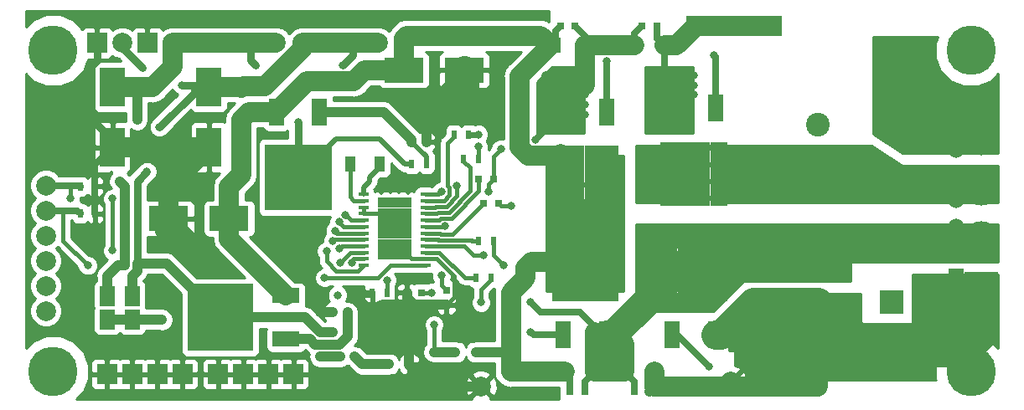
<source format=gbr>
G04 #@! TF.GenerationSoftware,KiCad,Pcbnew,5.0.0-rc2-dev-unknown-94c7809~62~ubuntu16.04.1*
G04 #@! TF.CreationDate,2018-03-26T01:26:19-07:00*
G04 #@! TF.ProjectId,LR7833_Bridge,4C52373833335F4272696467652E6B69,rev?*
G04 #@! TF.SameCoordinates,Original*
G04 #@! TF.FileFunction,Copper,L1,Top,Signal*
G04 #@! TF.FilePolarity,Positive*
%FSLAX46Y46*%
G04 Gerber Fmt 4.6, Leading zero omitted, Abs format (unit mm)*
G04 Created by KiCad (PCBNEW 5.0.0-rc2-dev-unknown-94c7809~62~ubuntu16.04.1) date Mon Mar 26 01:26:19 2018*
%MOMM*%
%LPD*%
G01*
G04 APERTURE LIST*
%ADD10R,2.000000X2.000000*%
%ADD11C,5.000000*%
%ADD12R,1.778000X1.778000*%
%ADD13R,1.550000X2.780000*%
%ADD14R,4.000000X2.500000*%
%ADD15R,0.800000X0.750000*%
%ADD16R,0.750000X0.800000*%
%ADD17R,2.500000X4.000000*%
%ADD18R,1.000000X1.600000*%
%ADD19R,0.800000X0.900000*%
%ADD20C,2.000000*%
%ADD21C,3.500000*%
%ADD22R,3.500000X3.500000*%
%ADD23C,1.524000*%
%ADD24R,1.524000X1.524000*%
%ADD25C,2.400000*%
%ADD26R,2.400000X2.400000*%
%ADD27R,0.500000X0.900000*%
%ADD28R,6.740000X6.730000*%
%ADD29R,2.780000X1.550000*%
%ADD30R,6.730000X6.740000*%
%ADD31R,0.890000X1.100000*%
%ADD32R,1.100000X0.400000*%
%ADD33R,1.500000X2.032000*%
%ADD34C,0.800000*%
%ADD35C,1.000000*%
%ADD36C,0.400000*%
%ADD37C,2.000000*%
%ADD38C,0.700000*%
%ADD39C,3.000000*%
%ADD40C,0.800000*%
%ADD41C,0.500000*%
%ADD42C,0.600000*%
%ADD43C,0.254000*%
G04 APERTURE END LIST*
D10*
X76330000Y38500000D03*
X73790000Y38500000D03*
X71250000Y38500000D03*
X68710000Y38500000D03*
X16810000Y3250000D03*
X14270000Y3250000D03*
X11730000Y3250000D03*
X9190000Y3250000D03*
D11*
X3750000Y36000000D03*
X3750000Y3500000D03*
X96500000Y3500000D03*
D12*
X56600000Y25500000D03*
X58300000Y25500000D03*
X60000000Y25500000D03*
X55000000Y25500000D03*
X55000000Y24100000D03*
X60000000Y24100000D03*
X58300000Y24100000D03*
X56600000Y24100000D03*
X60000000Y22400000D03*
X55000000Y22400000D03*
X56600000Y22400000D03*
X58300000Y22400000D03*
X55000000Y20700000D03*
X56600000Y20700000D03*
X58300000Y20700000D03*
X60000000Y20700000D03*
D13*
X59680000Y29800000D03*
X55320000Y29800000D03*
D14*
X45300000Y34000000D03*
X39200000Y34000000D03*
D15*
X46750000Y23000000D03*
X48250000Y23000000D03*
X48750000Y20500000D03*
X47250000Y20500000D03*
D16*
X43500000Y10250000D03*
X43500000Y11750000D03*
D15*
X56500000Y38500000D03*
X55000000Y38500000D03*
X64750000Y38500000D03*
X63250000Y38500000D03*
X56000000Y1500000D03*
X57500000Y1500000D03*
X62500000Y1500000D03*
X64000000Y1500000D03*
D17*
X9750000Y26200000D03*
X9750000Y32300000D03*
D14*
X21550000Y19000000D03*
X15450000Y19000000D03*
D17*
X19500000Y32300000D03*
X19500000Y26200000D03*
D15*
X41000000Y11500000D03*
X39500000Y11500000D03*
D18*
X36750000Y24500000D03*
X33750000Y24500000D03*
X54500000Y36500000D03*
X57500000Y36500000D03*
X62500000Y36500000D03*
X65500000Y36500000D03*
X58500000Y3500000D03*
X55500000Y3500000D03*
X61500000Y3500000D03*
X64500000Y3500000D03*
D19*
X44400000Y5500000D03*
X46500000Y5500000D03*
X37650000Y4250000D03*
X39750000Y4250000D03*
D20*
X3020000Y22350000D03*
X3020000Y19810000D03*
X3020000Y17270000D03*
X3020000Y14730000D03*
X3020000Y12190000D03*
X3020000Y9650000D03*
D21*
X97500000Y27120000D03*
X97500000Y22040000D03*
X97500000Y16960000D03*
D22*
X97500000Y11880000D03*
D23*
X94960000Y15690000D03*
D24*
X94960000Y13150000D03*
D23*
X94960000Y18230000D03*
X94960000Y20770000D03*
X94960000Y23310000D03*
X94960000Y25850000D03*
D24*
X94960000Y10610000D03*
D23*
X94960000Y28390000D03*
D20*
X15810000Y36770000D03*
D10*
X13270000Y36770000D03*
D20*
X10730000Y36770000D03*
D10*
X8190000Y36770000D03*
X20420000Y3250000D03*
X22960000Y3250000D03*
X25500000Y3250000D03*
X28040000Y3250000D03*
D20*
X28960000Y36750000D03*
X31500000Y36750000D03*
X34040000Y36750000D03*
X36580000Y36750000D03*
X26290000Y36750000D03*
X23750000Y36750000D03*
X21210000Y36750000D03*
X18670000Y36750000D03*
D25*
X81000000Y28500000D03*
X88500000Y28500000D03*
D26*
X88500000Y10500000D03*
D25*
X81000000Y10500000D03*
D27*
X41500000Y26750000D03*
X40000000Y26750000D03*
X45250000Y25000000D03*
X46750000Y25000000D03*
X45750000Y27500000D03*
X44250000Y27500000D03*
X48250000Y16750000D03*
X46750000Y16750000D03*
X46500000Y13000000D03*
X48000000Y13000000D03*
X36000000Y11500000D03*
X37500000Y11500000D03*
X40000000Y24500000D03*
X41500000Y24500000D03*
X32000000Y9500000D03*
X33500000Y9500000D03*
X33500000Y7500000D03*
X32000000Y7500000D03*
X34250000Y5000000D03*
X32750000Y5000000D03*
X8000000Y22250000D03*
X6500000Y22250000D03*
X6500000Y19500000D03*
X8000000Y19500000D03*
D13*
X30680000Y29800000D03*
D28*
X28500000Y23165000D03*
D13*
X26320000Y29800000D03*
D29*
X27300000Y11180000D03*
D30*
X20665000Y9000000D03*
D29*
X27300000Y6820000D03*
D31*
X39525000Y15331250D03*
X38675000Y15331250D03*
X36975000Y15331250D03*
X37825000Y15331250D03*
X37825000Y16387500D03*
X36975000Y16387500D03*
X38675000Y16387500D03*
X39525000Y16387500D03*
X39525000Y17443750D03*
X38675000Y17443750D03*
X36975000Y17443750D03*
X37825000Y17443750D03*
X37825000Y18500000D03*
X36975000Y18500000D03*
X38675000Y18500000D03*
X39525000Y18500000D03*
X39525000Y19556250D03*
X38675000Y19556250D03*
X36975000Y19556250D03*
X37825000Y19556250D03*
X37825000Y20612500D03*
X36975000Y20612500D03*
X38675000Y20612500D03*
X39525000Y20612500D03*
D32*
X35100000Y14275000D03*
X35100000Y14925000D03*
X35100000Y15575000D03*
X35100000Y16225000D03*
X35100000Y16875000D03*
X35100000Y17525000D03*
X35100000Y18175000D03*
X35100000Y18825000D03*
X35100000Y19475000D03*
X35100000Y20125000D03*
X35100000Y20775000D03*
X35100000Y21425000D03*
X41400000Y21425000D03*
X41400000Y20775000D03*
X41400000Y20125000D03*
X41400000Y19475000D03*
X41400000Y18825000D03*
X41400000Y18175000D03*
X41400000Y17525000D03*
X41400000Y16875000D03*
X41400000Y16225000D03*
X41400000Y15575000D03*
X41400000Y14925000D03*
X41400000Y14275000D03*
D13*
X66320000Y30200000D03*
X70680000Y30200000D03*
D12*
X71000000Y21100000D03*
X69300000Y21100000D03*
X67600000Y21100000D03*
X66000000Y21100000D03*
X69300000Y22800000D03*
X67600000Y22800000D03*
X66000000Y22800000D03*
X71000000Y22800000D03*
X67600000Y24500000D03*
X69300000Y24500000D03*
X71000000Y24500000D03*
X66000000Y24500000D03*
X66000000Y25900000D03*
X71000000Y25900000D03*
X69300000Y25900000D03*
X67600000Y25900000D03*
D13*
X59680000Y7200000D03*
X55320000Y7200000D03*
D12*
X55000000Y16300000D03*
X56700000Y16300000D03*
X58400000Y16300000D03*
X60000000Y16300000D03*
X56700000Y14600000D03*
X58400000Y14600000D03*
X60000000Y14600000D03*
X55000000Y14600000D03*
X58400000Y12900000D03*
X56700000Y12900000D03*
X55000000Y12900000D03*
X60000000Y12900000D03*
X60000000Y11500000D03*
X55000000Y11500000D03*
X56700000Y11500000D03*
X58400000Y11500000D03*
X69400000Y11500000D03*
X67700000Y11500000D03*
X66000000Y11500000D03*
X71000000Y11500000D03*
X71000000Y12900000D03*
X66000000Y12900000D03*
X67700000Y12900000D03*
X69400000Y12900000D03*
X66000000Y14600000D03*
X71000000Y14600000D03*
X69400000Y14600000D03*
X67700000Y14600000D03*
X71000000Y16300000D03*
X69400000Y16300000D03*
X67700000Y16300000D03*
X66000000Y16300000D03*
D13*
X66320000Y7200000D03*
X70680000Y7200000D03*
D33*
X11770000Y11170000D03*
X11770000Y8780000D03*
X9230000Y8780000D03*
X9230000Y11170000D03*
D11*
X96500000Y36000000D03*
D20*
X47000000Y2020000D03*
X72250000Y2520000D03*
D34*
X32750000Y14500000D03*
X35000000Y11250000D03*
X19000000Y14500000D03*
X45500000Y30750000D03*
X30750000Y9500000D03*
X41500000Y28500000D03*
X65500000Y32500000D03*
X44577473Y22322567D03*
X49000000Y26000000D03*
X47750000Y21750000D03*
X52500000Y27000000D03*
X53500000Y29500000D03*
X53500000Y30500000D03*
X57500000Y31500000D03*
X57500000Y33500000D03*
X57500000Y32500000D03*
X65500000Y33500000D03*
X68500000Y31500000D03*
X54500000Y31500000D03*
X53500000Y31500000D03*
X53500000Y32500000D03*
X53500000Y33500000D03*
X54500000Y33500000D03*
X55500000Y33500000D03*
X56500000Y33500000D03*
X56500000Y32500000D03*
X55500000Y32500000D03*
X68500000Y32500000D03*
X68500000Y33500000D03*
X67500000Y33500000D03*
X66500000Y33500000D03*
X66500000Y31500000D03*
X67500000Y31500000D03*
X67500000Y32500000D03*
X66500000Y32500000D03*
X57500000Y29500000D03*
X57500000Y30500000D03*
X54500000Y32500000D03*
X47250000Y15250000D03*
X50000000Y20250000D03*
X52000000Y10500000D03*
X43336208Y18224946D03*
X43000000Y13250000D03*
X12250000Y29000000D03*
X10500000Y22750000D03*
X28500000Y28750000D03*
X24250000Y34500000D03*
X13250000Y23750000D03*
X14500000Y28250000D03*
X33000000Y34500000D03*
X16750000Y32500000D03*
X12750000Y34250000D03*
X42250000Y8250000D03*
X42000000Y11500000D03*
X43000000Y21750000D03*
X31385525Y15700913D03*
X9750000Y15750000D03*
X9750000Y21000000D03*
X5500000Y21000000D03*
X31199990Y13000000D03*
X7250000Y14250000D03*
X33315068Y19379484D03*
X32646464Y18635850D03*
X32247331Y17718944D03*
X32000000Y16750000D03*
X46750000Y26250000D03*
X59684556Y34899990D03*
X46750000Y27500000D03*
X70500000Y35500000D03*
X49250000Y14250000D03*
X52000000Y7500000D03*
X47000000Y10500000D03*
X70000000Y4000000D03*
X33942311Y14560926D03*
X37500000Y12750000D03*
X32683769Y15948695D03*
X32500000Y11250000D03*
X30750000Y5000000D03*
X14750000Y8750000D03*
D35*
X72250000Y2520000D02*
X65020000Y2520000D01*
X65020000Y2520000D02*
X64000000Y1500000D01*
X64000000Y1500000D02*
X64500000Y2000000D01*
X41950000Y2000000D02*
X41970000Y2020000D01*
X41970000Y2020000D02*
X47000000Y2020000D01*
X39750000Y4250000D02*
X39750000Y4200000D01*
X39750000Y4200000D02*
X41950000Y2000000D01*
D36*
X36000000Y11500000D02*
X36000000Y10650000D01*
X36000000Y10650000D02*
X36400000Y10250000D01*
X36400000Y10250000D02*
X37050000Y10250000D01*
X33825000Y15575000D02*
X32750000Y14500000D01*
X35100000Y15575000D02*
X33825000Y15575000D01*
D37*
X68710000Y38500000D02*
X76330000Y38500000D01*
X65500000Y36500000D02*
X66710000Y36500000D01*
X66710000Y36500000D02*
X68710000Y38500000D01*
D36*
X35000000Y11250000D02*
X35950000Y11250000D01*
X35950000Y11250000D02*
X36000000Y11300000D01*
D38*
X64750000Y38500000D02*
X64750000Y37250000D01*
D39*
X15450000Y19000000D02*
X15450000Y18050000D01*
X15450000Y18050000D02*
X19000000Y14500000D01*
X45300000Y34000000D02*
X45300000Y30950000D01*
X45300000Y30950000D02*
X45500000Y30750000D01*
D36*
X43500000Y10275000D02*
X43500000Y10250000D01*
X42509002Y14925000D02*
X44275000Y13159002D01*
X44275000Y11050000D02*
X43500000Y10275000D01*
X44275000Y13159002D02*
X44275000Y11050000D01*
X41400000Y14925000D02*
X42509002Y14925000D01*
X35100000Y20125000D02*
X35100000Y19475000D01*
X35100000Y19475000D02*
X36893750Y19475000D01*
X36893750Y19475000D02*
X36975000Y19556250D01*
X36731250Y15575000D02*
X36975000Y15331250D01*
X41400000Y14925000D02*
X39931250Y14925000D01*
X39931250Y14925000D02*
X39525000Y15331250D01*
D35*
X32000000Y9500000D02*
X30750000Y9500000D01*
X39750000Y4250000D02*
X39750000Y5700000D01*
X39750000Y5700000D02*
X39500000Y5950000D01*
X39500000Y5950000D02*
X39500000Y10964998D01*
X37050000Y10250000D02*
X40214998Y10250000D01*
X43500000Y10250000D02*
X40214998Y10250000D01*
X40214998Y10250000D02*
X39500000Y10964998D01*
X39500000Y10964998D02*
X39500000Y11500000D01*
X41500000Y26750000D02*
X41500000Y28500000D01*
X41500000Y28500000D02*
X41500000Y30200000D01*
X41500000Y30200000D02*
X45300000Y34000000D01*
D40*
X7000000Y33780000D02*
X8190000Y34970000D01*
X9750000Y26950000D02*
X7000000Y29700000D01*
X7000000Y29700000D02*
X7000000Y33780000D01*
X8190000Y34970000D02*
X8190000Y36770000D01*
X9750000Y26200000D02*
X9750000Y26950000D01*
D38*
X8000000Y19500000D02*
X8000000Y22250000D01*
X8000000Y22250000D02*
X8000000Y24450000D01*
X8000000Y24450000D02*
X9750000Y26200000D01*
D37*
X15450000Y19000000D02*
X15450000Y22150000D01*
X15450000Y22150000D02*
X19500000Y26200000D01*
X9750000Y26200000D02*
X19500000Y26200000D01*
D38*
X65500000Y33500000D02*
X65500000Y36500000D01*
X64750000Y37250000D02*
X65500000Y36500000D01*
D37*
X81000000Y2000000D02*
X81000000Y10500000D01*
X64500000Y2000000D02*
X81000000Y2000000D01*
X64500000Y3500000D02*
X64500000Y2000000D01*
X50000000Y3500000D02*
X50000000Y5500000D01*
D35*
X47900000Y5500000D02*
X50000000Y5500000D01*
D37*
X50000000Y5500000D02*
X50000000Y11500000D01*
D35*
X46500000Y5500000D02*
X47900000Y5500000D01*
D37*
X26320000Y29800000D02*
X29419998Y32899998D01*
X34099998Y32899998D02*
X35200000Y34000000D01*
X29419998Y32899998D02*
X34099998Y32899998D01*
X35200000Y34000000D02*
X39200000Y34000000D01*
X39450000Y37500000D02*
X53000000Y37500000D01*
X53000000Y37500000D02*
X54000000Y36500000D01*
X39200000Y34000000D02*
X39200000Y37250000D01*
X39200000Y37250000D02*
X39450000Y37500000D01*
X22750000Y23450000D02*
X22750000Y29005000D01*
X23545000Y29800000D02*
X26320000Y29800000D01*
X22750000Y29005000D02*
X23545000Y29800000D01*
X21550000Y19000000D02*
X21550000Y22250000D01*
X21550000Y22250000D02*
X22750000Y23450000D01*
X27300000Y11180000D02*
X21550000Y16930000D01*
X21550000Y16930000D02*
X21550000Y19000000D01*
D38*
X54500000Y36500000D02*
X54500000Y38000000D01*
X54500000Y38000000D02*
X55000000Y38500000D01*
D37*
X54899998Y25399998D02*
X51731998Y25399998D01*
X51731998Y25399998D02*
X50899998Y26231998D01*
X50899998Y26231998D02*
X50899998Y33399998D01*
X50899998Y33399998D02*
X54000000Y36500000D01*
X55000000Y25500000D02*
X54899998Y25399998D01*
X51500000Y13000000D02*
X51500000Y13989000D01*
X51500000Y13989000D02*
X52111000Y14600000D01*
X52111000Y14600000D02*
X55511000Y14600000D01*
X55511000Y14600000D02*
X58400000Y14600000D01*
X50000000Y11500000D02*
X51500000Y13000000D01*
X55500000Y3500000D02*
X50000000Y3500000D01*
D38*
X55500000Y3500000D02*
X55500000Y3800000D01*
X56000000Y1500000D02*
X56000000Y3000000D01*
X56000000Y3000000D02*
X55500000Y3500000D01*
D36*
X44004589Y19024956D02*
X46750000Y21770367D01*
X41400000Y18825000D02*
X42728935Y18825000D01*
X42728935Y18825000D02*
X42928891Y19024956D01*
X46750000Y22225000D02*
X46750000Y23000000D01*
X46750000Y21770367D02*
X46750000Y22225000D01*
X42928891Y19024956D02*
X44004589Y19024956D01*
X42331849Y20125000D02*
X42431827Y20224978D01*
X44577473Y21756882D02*
X44577473Y22322567D01*
X44577473Y21294926D02*
X44577473Y21756882D01*
X41400000Y20125000D02*
X42331849Y20125000D01*
X43507525Y20224978D02*
X44577473Y21294926D01*
X42431827Y20224978D02*
X43507525Y20224978D01*
X53500000Y29500000D02*
X55020000Y29500000D01*
X55020000Y29500000D02*
X55320000Y29800000D01*
X48250000Y23000000D02*
X48250000Y25250000D01*
X48250000Y25250000D02*
X49000000Y26000000D01*
X47750000Y21750000D02*
X47750000Y22500000D01*
X47750000Y22500000D02*
X48250000Y23000000D01*
D38*
X57500000Y36500000D02*
X57500000Y37500000D01*
X57500000Y37500000D02*
X56500000Y38500000D01*
X62500000Y36500000D02*
X62500000Y37750000D01*
X62500000Y37750000D02*
X63250000Y38500000D01*
X53500000Y28000000D02*
X52500000Y27000000D01*
X53500000Y29500000D02*
X53500000Y28000000D01*
D37*
X57500000Y36500000D02*
X62500000Y36500000D01*
X57500000Y32500000D02*
X57500000Y36500000D01*
D39*
X71200000Y7200000D02*
X74500000Y10500000D01*
X74500000Y10500000D02*
X75500000Y10500000D01*
X70680000Y7200000D02*
X71200000Y7200000D01*
X75500000Y10500000D02*
X81000000Y10500000D01*
X81000000Y10500000D02*
X86000000Y5500000D01*
X97500000Y7130000D02*
X97500000Y11880000D01*
X86000000Y5500000D02*
X95870000Y5500000D01*
X95870000Y5500000D02*
X97500000Y7130000D01*
X97500000Y27120000D02*
X89880000Y27120000D01*
X89880000Y27120000D02*
X88500000Y28500000D01*
X97500000Y22040000D02*
X74960000Y22040000D01*
X74960000Y22040000D02*
X72500000Y24500000D01*
D36*
X46684315Y15250000D02*
X47250000Y15250000D01*
X46250000Y15250000D02*
X46684315Y15250000D01*
X45275078Y16224922D02*
X46250000Y15250000D01*
X42350000Y16225000D02*
X42350078Y16224922D01*
X42350078Y16224922D02*
X45275078Y16224922D01*
X41400000Y16225000D02*
X42350000Y16225000D01*
X50000000Y20250000D02*
X49000000Y20250000D01*
X49000000Y20250000D02*
X48750000Y20500000D01*
D38*
X57000000Y9500000D02*
X53000000Y9500000D01*
X53000000Y9500000D02*
X52000000Y10500000D01*
X58500000Y8000000D02*
X57000000Y9500000D01*
X58500000Y7500000D02*
X58500000Y8000000D01*
D37*
X61500000Y3500000D02*
X61500000Y6300000D01*
X61500000Y6300000D02*
X60600000Y7200000D01*
X60600000Y7200000D02*
X60300000Y7200000D01*
X60000000Y3500000D02*
X58500000Y3500000D01*
X61500000Y3500000D02*
X60000000Y3500000D01*
X60000000Y3500000D02*
X59990000Y3500000D01*
X59680000Y3810000D02*
X59680000Y7200000D01*
X59990000Y3500000D02*
X59680000Y3810000D01*
D38*
X57500000Y1500000D02*
X57500000Y2500000D01*
X57500000Y2500000D02*
X58500000Y3500000D01*
X62500000Y1500000D02*
X62500000Y2500000D01*
X62500000Y2500000D02*
X61500000Y3500000D01*
D37*
X58500000Y3500000D02*
X58500000Y4500000D01*
X58500000Y4500000D02*
X58500000Y7500000D01*
D39*
X59680000Y7200000D02*
X60300000Y7200000D01*
X60300000Y7200000D02*
X67700000Y14600000D01*
X75500000Y16500000D02*
X73600000Y14600000D01*
X73600000Y14600000D02*
X67700000Y14600000D01*
X94565127Y16500000D02*
X75500000Y16500000D01*
X95025127Y16960000D02*
X94565127Y16500000D01*
D36*
X41400000Y17525000D02*
X42852150Y17525000D01*
X42952206Y17424944D02*
X44149944Y17424944D01*
X42852150Y17525000D02*
X42952206Y17424944D01*
X47225000Y20500000D02*
X47250000Y20500000D01*
X44149944Y17424944D02*
X47225000Y20500000D01*
X43286262Y18175000D02*
X43336208Y18224946D01*
X41400000Y18175000D02*
X43286262Y18175000D01*
X43000000Y13250000D02*
X43000000Y12250000D01*
X43000000Y12250000D02*
X43500000Y11750000D01*
D37*
X9750000Y32300000D02*
X12500000Y32300000D01*
X12500000Y32300000D02*
X13800000Y32300000D01*
D35*
X12250000Y29000000D02*
X12250000Y32050000D01*
X12250000Y32050000D02*
X12500000Y32300000D01*
X11000000Y14250000D02*
X11000000Y22250000D01*
X11000000Y22250000D02*
X10500000Y22750000D01*
X10294000Y14250000D02*
X11000000Y14250000D01*
X9230000Y11170000D02*
X9230000Y13186000D01*
X9230000Y13186000D02*
X10294000Y14250000D01*
D40*
X28500000Y28750000D02*
X28500000Y23165000D01*
X23750000Y36750000D02*
X23750000Y35000000D01*
X23750000Y35000000D02*
X24250000Y34500000D01*
D41*
X32370000Y27030000D02*
X28505000Y23165000D01*
X36720000Y27030000D02*
X32370000Y27030000D01*
X39250000Y24500000D02*
X36720000Y27030000D01*
X40000000Y24500000D02*
X39250000Y24500000D01*
X28505000Y23165000D02*
X28500000Y23165000D01*
D37*
X18670000Y36750000D02*
X15830000Y36750000D01*
X15830000Y36750000D02*
X15810000Y36770000D01*
X26290000Y36750000D02*
X18670000Y36750000D01*
X13800000Y32300000D02*
X15810000Y34310000D01*
X15810000Y34310000D02*
X15810000Y36770000D01*
D35*
X32000000Y7500000D02*
X30750000Y7500000D01*
X30750000Y7500000D02*
X29250000Y9000000D01*
X29250000Y9000000D02*
X25030000Y9000000D01*
X25030000Y9000000D02*
X20665000Y9000000D01*
X12250000Y14456000D02*
X15214000Y14456000D01*
X15214000Y14456000D02*
X20665000Y9005000D01*
X20665000Y9005000D02*
X20665000Y9000000D01*
X11770000Y11170000D02*
X11770000Y13186000D01*
X11770000Y13186000D02*
X12250000Y13666000D01*
X12250000Y13666000D02*
X12250000Y14456000D01*
D40*
X13250000Y23750000D02*
X12250000Y22750000D01*
X12250000Y22750000D02*
X12250000Y14456000D01*
X18000000Y31750000D02*
X14500000Y28250000D01*
X18000000Y32500000D02*
X19300000Y32500000D01*
X18000000Y32500000D02*
X18000000Y31750000D01*
X16750000Y32500000D02*
X18000000Y32500000D01*
X34040000Y36750000D02*
X34040000Y35540000D01*
X34040000Y35540000D02*
X33000000Y34500000D01*
X19300000Y32500000D02*
X19500000Y32300000D01*
X10730000Y36770000D02*
X10730000Y36270000D01*
X10730000Y36270000D02*
X12750000Y34250000D01*
D37*
X28960000Y36750000D02*
X36580000Y36750000D01*
X22800000Y32250000D02*
X22940001Y32390001D01*
X28960000Y36163998D02*
X28960000Y36750000D01*
X22940001Y32390001D02*
X25186003Y32390001D01*
X25186003Y32390001D02*
X28960000Y36163998D01*
X19500000Y32300000D02*
X22750000Y32300000D01*
X22750000Y32300000D02*
X22800000Y32250000D01*
D36*
X42250000Y5500000D02*
X42250000Y8250000D01*
X41000000Y11500000D02*
X42000000Y11500000D01*
X41400000Y21425000D02*
X42675000Y21425000D01*
X42675000Y21425000D02*
X43000000Y21750000D01*
X41400000Y21425000D02*
X41750000Y21425000D01*
D35*
X42250000Y5500000D02*
X44400000Y5500000D01*
D41*
X35725000Y22750000D02*
X35725000Y23175000D01*
X35725000Y23175000D02*
X36750000Y24200000D01*
X36750000Y24200000D02*
X36750000Y24500000D01*
X35100000Y21425000D02*
X35100000Y22125000D01*
X35100000Y22125000D02*
X35725000Y22750000D01*
D36*
X35100000Y20775000D02*
X34150000Y20775000D01*
X33750000Y21175000D02*
X33750000Y23300000D01*
X34150000Y20775000D02*
X33750000Y21175000D01*
X33750000Y23300000D02*
X33750000Y24500000D01*
D35*
X37650000Y4250000D02*
X35000000Y4250000D01*
X35000000Y4250000D02*
X34250000Y5000000D01*
D36*
X31385525Y14680471D02*
X31385525Y15135228D01*
X32365998Y13699998D02*
X31385525Y14680471D01*
X34524998Y13699998D02*
X32365998Y13699998D01*
X31385525Y15135228D02*
X31385525Y15700913D01*
X35100000Y14275000D02*
X34524998Y13699998D01*
X9750000Y21000000D02*
X9750000Y15750000D01*
D38*
X5500000Y22350000D02*
X6400000Y22350000D01*
X3020000Y22350000D02*
X5500000Y22350000D01*
D36*
X5500000Y22350000D02*
X5500000Y21000000D01*
D38*
X6400000Y22350000D02*
X6500000Y22250000D01*
D36*
X31765675Y13000000D02*
X31199990Y13000000D01*
X36565998Y13000000D02*
X31765675Y13000000D01*
X41400000Y14275000D02*
X37840998Y14275000D01*
X37840998Y14275000D02*
X36565998Y13000000D01*
X4750000Y16750000D02*
X7250000Y14250000D01*
D38*
X4750000Y19810000D02*
X6190000Y19810000D01*
D36*
X4750000Y19810000D02*
X4750000Y16750000D01*
D38*
X3020000Y19810000D02*
X4750000Y19810000D01*
X6190000Y19810000D02*
X6500000Y19500000D01*
D36*
X35100000Y18825000D02*
X33869552Y18825000D01*
X33869552Y18825000D02*
X33715067Y18979485D01*
X33715067Y18979485D02*
X33315068Y19379484D01*
X33046463Y18235851D02*
X32646464Y18635850D01*
X33107314Y18175000D02*
X33046463Y18235851D01*
X35100000Y18175000D02*
X33107314Y18175000D01*
X32441275Y17525000D02*
X32247331Y17718944D01*
X35100000Y17525000D02*
X32441275Y17525000D01*
X35100000Y16875000D02*
X32125000Y16875000D01*
X32125000Y16875000D02*
X32000000Y16750000D01*
D35*
X40000000Y26750000D02*
X40000000Y26950000D01*
X40000000Y26950000D02*
X37150000Y29800000D01*
X32455000Y29800000D02*
X30680000Y29800000D01*
X37150000Y29800000D02*
X32455000Y29800000D01*
D41*
X41500000Y24500000D02*
X41500000Y25250000D01*
X41500000Y25250000D02*
X40000000Y26750000D01*
D36*
X43756057Y19624967D02*
X45900000Y21768910D01*
X42530392Y19475000D02*
X42680359Y19624967D01*
X42680359Y19624967D02*
X43756057Y19624967D01*
X45900000Y21768910D02*
X45900000Y24150000D01*
X41400000Y19475000D02*
X42530392Y19475000D01*
X45250000Y24800000D02*
X45250000Y25000000D01*
X45900000Y24150000D02*
X45250000Y24800000D01*
X46750000Y25000000D02*
X46750000Y26250000D01*
D38*
X59680000Y29800000D02*
X59680000Y34895434D01*
X59680000Y34895434D02*
X59684556Y34899990D01*
D42*
X46750000Y27500000D02*
X45750000Y27500000D01*
D38*
X70680000Y30200000D02*
X70680000Y35320000D01*
X70680000Y35320000D02*
X70500000Y35500000D01*
D36*
X43258993Y20824989D02*
X43800002Y21365998D01*
X43800002Y21365998D02*
X43800002Y22134002D01*
X44250000Y27300000D02*
X44250000Y27500000D01*
X43600000Y26650000D02*
X44250000Y27300000D01*
X43600000Y22334004D02*
X43600000Y26650000D01*
X43800002Y22134002D02*
X43600000Y22334004D01*
X41449989Y20824989D02*
X43258993Y20824989D01*
X41400000Y20775000D02*
X41449989Y20824989D01*
X48250000Y16750000D02*
X48250000Y15250000D01*
X48250000Y15250000D02*
X49250000Y14250000D01*
D38*
X55320000Y7200000D02*
X52300000Y7200000D01*
X52300000Y7200000D02*
X52000000Y7500000D01*
D36*
X41400000Y16875000D02*
X42653607Y16875000D01*
X46025067Y16824933D02*
X46100000Y16750000D01*
X42653607Y16875000D02*
X42703674Y16824933D01*
X42703674Y16824933D02*
X46025067Y16824933D01*
X46100000Y16750000D02*
X46750000Y16750000D01*
X41400000Y15575000D02*
X42775000Y15575000D01*
X42775000Y15575000D02*
X45350000Y13000000D01*
X45350000Y13000000D02*
X46500000Y13000000D01*
X47000000Y10500000D02*
X47000000Y11800000D01*
X47000000Y11800000D02*
X48000000Y12800000D01*
X48000000Y12800000D02*
X48000000Y13000000D01*
D38*
X66320000Y7200000D02*
X66800000Y7200000D01*
X66800000Y7200000D02*
X70000000Y4000000D01*
D36*
X34150000Y14925000D02*
X33942311Y14717311D01*
X35100000Y14925000D02*
X34150000Y14925000D01*
X33942311Y14717311D02*
X33942311Y14560926D01*
X37500000Y12750000D02*
X37500000Y11500000D01*
D35*
X33500000Y7500000D02*
X33500000Y9500000D01*
X30260000Y6250000D02*
X32710002Y6250000D01*
X32710002Y6250000D02*
X33500000Y7039998D01*
X33500000Y7039998D02*
X33500000Y7500000D01*
X27300000Y6820000D02*
X29690000Y6820000D01*
X29690000Y6820000D02*
X30260000Y6250000D01*
D36*
X32960074Y16225000D02*
X32683769Y15948695D01*
X35100000Y16225000D02*
X32960074Y16225000D01*
D35*
X30750000Y5000000D02*
X32750000Y5000000D01*
X11770000Y8780000D02*
X14720000Y8780000D01*
X14720000Y8780000D02*
X14750000Y8750000D01*
X9230000Y8780000D02*
X11770000Y8780000D01*
D43*
G36*
X99265001Y14627000D02*
X84500000Y14627000D01*
X84451399Y14617333D01*
X84410197Y14589803D01*
X84382667Y14548601D01*
X84373000Y14500000D01*
X84373000Y12627000D01*
X81250498Y12627000D01*
X81210279Y12635000D01*
X81210275Y12635000D01*
X81000000Y12676826D01*
X80789725Y12635000D01*
X74710275Y12635000D01*
X74500000Y12676826D01*
X74289725Y12635000D01*
X74289721Y12635000D01*
X74249502Y12627000D01*
X73500000Y12627000D01*
X73451399Y12617333D01*
X73410197Y12589803D01*
X70447394Y9627000D01*
X62627000Y9627000D01*
X62627000Y12614250D01*
X66176000Y12614250D01*
X66176000Y11884690D01*
X66272673Y11651301D01*
X66451302Y11472673D01*
X66684691Y11376000D01*
X67414250Y11376000D01*
X67573000Y11534750D01*
X67573000Y12773000D01*
X67827000Y12773000D01*
X67827000Y11534750D01*
X67985750Y11376000D01*
X69114250Y11376000D01*
X69273000Y11534750D01*
X69273000Y12773000D01*
X69527000Y12773000D01*
X69527000Y11534750D01*
X69685750Y11376000D01*
X70415309Y11376000D01*
X70648698Y11472673D01*
X70827327Y11651301D01*
X70924000Y11884690D01*
X70924000Y12614250D01*
X70765250Y12773000D01*
X69527000Y12773000D01*
X69273000Y12773000D01*
X67827000Y12773000D01*
X67573000Y12773000D01*
X66334750Y12773000D01*
X66176000Y12614250D01*
X62627000Y12614250D01*
X62627000Y14314250D01*
X66176000Y14314250D01*
X66176000Y13185750D01*
X66334750Y13027000D01*
X67573000Y13027000D01*
X67573000Y14473000D01*
X67827000Y14473000D01*
X67827000Y13027000D01*
X69273000Y13027000D01*
X69273000Y14473000D01*
X69527000Y14473000D01*
X69527000Y13027000D01*
X70765250Y13027000D01*
X70924000Y13185750D01*
X70924000Y14314250D01*
X70765250Y14473000D01*
X69527000Y14473000D01*
X69273000Y14473000D01*
X67827000Y14473000D01*
X67573000Y14473000D01*
X66334750Y14473000D01*
X66176000Y14314250D01*
X62627000Y14314250D01*
X62627000Y15615310D01*
X66176000Y15615310D01*
X66176000Y14885750D01*
X66334750Y14727000D01*
X67573000Y14727000D01*
X67573000Y15965250D01*
X67827000Y15965250D01*
X67827000Y14727000D01*
X69273000Y14727000D01*
X69273000Y15965250D01*
X69527000Y15965250D01*
X69527000Y14727000D01*
X70765250Y14727000D01*
X70924000Y14885750D01*
X70924000Y15615310D01*
X70827327Y15848699D01*
X70648698Y16027327D01*
X70415309Y16124000D01*
X69685750Y16124000D01*
X69527000Y15965250D01*
X69273000Y15965250D01*
X69114250Y16124000D01*
X67985750Y16124000D01*
X67827000Y15965250D01*
X67573000Y15965250D01*
X67414250Y16124000D01*
X66684691Y16124000D01*
X66451302Y16027327D01*
X66272673Y15848699D01*
X66176000Y15615310D01*
X62627000Y15615310D01*
X62627000Y18373000D01*
X99265001Y18373000D01*
X99265001Y14627000D01*
X99265001Y14627000D01*
G37*
X99265001Y14627000D02*
X84500000Y14627000D01*
X84451399Y14617333D01*
X84410197Y14589803D01*
X84382667Y14548601D01*
X84373000Y14500000D01*
X84373000Y12627000D01*
X81250498Y12627000D01*
X81210279Y12635000D01*
X81210275Y12635000D01*
X81000000Y12676826D01*
X80789725Y12635000D01*
X74710275Y12635000D01*
X74500000Y12676826D01*
X74289725Y12635000D01*
X74289721Y12635000D01*
X74249502Y12627000D01*
X73500000Y12627000D01*
X73451399Y12617333D01*
X73410197Y12589803D01*
X70447394Y9627000D01*
X62627000Y9627000D01*
X62627000Y12614250D01*
X66176000Y12614250D01*
X66176000Y11884690D01*
X66272673Y11651301D01*
X66451302Y11472673D01*
X66684691Y11376000D01*
X67414250Y11376000D01*
X67573000Y11534750D01*
X67573000Y12773000D01*
X67827000Y12773000D01*
X67827000Y11534750D01*
X67985750Y11376000D01*
X69114250Y11376000D01*
X69273000Y11534750D01*
X69273000Y12773000D01*
X69527000Y12773000D01*
X69527000Y11534750D01*
X69685750Y11376000D01*
X70415309Y11376000D01*
X70648698Y11472673D01*
X70827327Y11651301D01*
X70924000Y11884690D01*
X70924000Y12614250D01*
X70765250Y12773000D01*
X69527000Y12773000D01*
X69273000Y12773000D01*
X67827000Y12773000D01*
X67573000Y12773000D01*
X66334750Y12773000D01*
X66176000Y12614250D01*
X62627000Y12614250D01*
X62627000Y14314250D01*
X66176000Y14314250D01*
X66176000Y13185750D01*
X66334750Y13027000D01*
X67573000Y13027000D01*
X67573000Y14473000D01*
X67827000Y14473000D01*
X67827000Y13027000D01*
X69273000Y13027000D01*
X69273000Y14473000D01*
X69527000Y14473000D01*
X69527000Y13027000D01*
X70765250Y13027000D01*
X70924000Y13185750D01*
X70924000Y14314250D01*
X70765250Y14473000D01*
X69527000Y14473000D01*
X69273000Y14473000D01*
X67827000Y14473000D01*
X67573000Y14473000D01*
X66334750Y14473000D01*
X66176000Y14314250D01*
X62627000Y14314250D01*
X62627000Y15615310D01*
X66176000Y15615310D01*
X66176000Y14885750D01*
X66334750Y14727000D01*
X67573000Y14727000D01*
X67573000Y15965250D01*
X67827000Y15965250D01*
X67827000Y14727000D01*
X69273000Y14727000D01*
X69273000Y15965250D01*
X69527000Y15965250D01*
X69527000Y14727000D01*
X70765250Y14727000D01*
X70924000Y14885750D01*
X70924000Y15615310D01*
X70827327Y15848699D01*
X70648698Y16027327D01*
X70415309Y16124000D01*
X69685750Y16124000D01*
X69527000Y15965250D01*
X69273000Y15965250D01*
X69114250Y16124000D01*
X67985750Y16124000D01*
X67827000Y15965250D01*
X67573000Y15965250D01*
X67414250Y16124000D01*
X66684691Y16124000D01*
X66451302Y16027327D01*
X66272673Y15848699D01*
X66176000Y15615310D01*
X62627000Y15615310D01*
X62627000Y18373000D01*
X99265001Y18373000D01*
X99265001Y14627000D01*
G36*
X89429553Y24394330D02*
X89500000Y24373000D01*
X99265000Y24373000D01*
X99265000Y20627000D01*
X70824000Y20627000D01*
X70824000Y20814250D01*
X70665250Y20973000D01*
X69427000Y20973000D01*
X69427000Y20953000D01*
X69173000Y20953000D01*
X69173000Y20973000D01*
X67727000Y20973000D01*
X67727000Y20953000D01*
X67473000Y20953000D01*
X67473000Y20973000D01*
X66234750Y20973000D01*
X66076000Y20814250D01*
X66076000Y20627000D01*
X62627000Y20627000D01*
X62627000Y22514250D01*
X66076000Y22514250D01*
X66076000Y21385750D01*
X66234750Y21227000D01*
X67473000Y21227000D01*
X67473000Y22673000D01*
X67727000Y22673000D01*
X67727000Y21227000D01*
X69173000Y21227000D01*
X69173000Y22673000D01*
X69427000Y22673000D01*
X69427000Y21227000D01*
X70665250Y21227000D01*
X70824000Y21385750D01*
X70824000Y22514250D01*
X70665250Y22673000D01*
X69427000Y22673000D01*
X69173000Y22673000D01*
X67727000Y22673000D01*
X67473000Y22673000D01*
X66234750Y22673000D01*
X66076000Y22514250D01*
X62627000Y22514250D01*
X62627000Y24214250D01*
X66076000Y24214250D01*
X66076000Y23085750D01*
X66234750Y22927000D01*
X67473000Y22927000D01*
X67473000Y24373000D01*
X67727000Y24373000D01*
X67727000Y22927000D01*
X69173000Y22927000D01*
X69173000Y24373000D01*
X69427000Y24373000D01*
X69427000Y22927000D01*
X70665250Y22927000D01*
X70824000Y23085750D01*
X70824000Y24214250D01*
X70665250Y24373000D01*
X69427000Y24373000D01*
X69173000Y24373000D01*
X67727000Y24373000D01*
X67473000Y24373000D01*
X66234750Y24373000D01*
X66076000Y24214250D01*
X62627000Y24214250D01*
X62627000Y25515310D01*
X66076000Y25515310D01*
X66076000Y24785750D01*
X66234750Y24627000D01*
X67473000Y24627000D01*
X67473000Y25865250D01*
X67727000Y25865250D01*
X67727000Y24627000D01*
X69173000Y24627000D01*
X69173000Y25865250D01*
X69427000Y25865250D01*
X69427000Y24627000D01*
X70665250Y24627000D01*
X70824000Y24785750D01*
X70824000Y25515310D01*
X70727327Y25748699D01*
X70548698Y25927327D01*
X70315309Y26024000D01*
X69585750Y26024000D01*
X69427000Y25865250D01*
X69173000Y25865250D01*
X69014250Y26024000D01*
X67885750Y26024000D01*
X67727000Y25865250D01*
X67473000Y25865250D01*
X67314250Y26024000D01*
X66584691Y26024000D01*
X66351302Y25927327D01*
X66172673Y25748699D01*
X66076000Y25515310D01*
X62627000Y25515310D01*
X62627000Y26373000D01*
X86461548Y26373000D01*
X89429553Y24394330D01*
X89429553Y24394330D01*
G37*
X89429553Y24394330D02*
X89500000Y24373000D01*
X99265000Y24373000D01*
X99265000Y20627000D01*
X70824000Y20627000D01*
X70824000Y20814250D01*
X70665250Y20973000D01*
X69427000Y20973000D01*
X69427000Y20953000D01*
X69173000Y20953000D01*
X69173000Y20973000D01*
X67727000Y20973000D01*
X67727000Y20953000D01*
X67473000Y20953000D01*
X67473000Y20973000D01*
X66234750Y20973000D01*
X66076000Y20814250D01*
X66076000Y20627000D01*
X62627000Y20627000D01*
X62627000Y22514250D01*
X66076000Y22514250D01*
X66076000Y21385750D01*
X66234750Y21227000D01*
X67473000Y21227000D01*
X67473000Y22673000D01*
X67727000Y22673000D01*
X67727000Y21227000D01*
X69173000Y21227000D01*
X69173000Y22673000D01*
X69427000Y22673000D01*
X69427000Y21227000D01*
X70665250Y21227000D01*
X70824000Y21385750D01*
X70824000Y22514250D01*
X70665250Y22673000D01*
X69427000Y22673000D01*
X69173000Y22673000D01*
X67727000Y22673000D01*
X67473000Y22673000D01*
X66234750Y22673000D01*
X66076000Y22514250D01*
X62627000Y22514250D01*
X62627000Y24214250D01*
X66076000Y24214250D01*
X66076000Y23085750D01*
X66234750Y22927000D01*
X67473000Y22927000D01*
X67473000Y24373000D01*
X67727000Y24373000D01*
X67727000Y22927000D01*
X69173000Y22927000D01*
X69173000Y24373000D01*
X69427000Y24373000D01*
X69427000Y22927000D01*
X70665250Y22927000D01*
X70824000Y23085750D01*
X70824000Y24214250D01*
X70665250Y24373000D01*
X69427000Y24373000D01*
X69173000Y24373000D01*
X67727000Y24373000D01*
X67473000Y24373000D01*
X66234750Y24373000D01*
X66076000Y24214250D01*
X62627000Y24214250D01*
X62627000Y25515310D01*
X66076000Y25515310D01*
X66076000Y24785750D01*
X66234750Y24627000D01*
X67473000Y24627000D01*
X67473000Y25865250D01*
X67727000Y25865250D01*
X67727000Y24627000D01*
X69173000Y24627000D01*
X69173000Y25865250D01*
X69427000Y25865250D01*
X69427000Y24627000D01*
X70665250Y24627000D01*
X70824000Y24785750D01*
X70824000Y25515310D01*
X70727327Y25748699D01*
X70548698Y25927327D01*
X70315309Y26024000D01*
X69585750Y26024000D01*
X69427000Y25865250D01*
X69173000Y25865250D01*
X69014250Y26024000D01*
X67885750Y26024000D01*
X67727000Y25865250D01*
X67473000Y25865250D01*
X67314250Y26024000D01*
X66584691Y26024000D01*
X66351302Y25927327D01*
X66172673Y25748699D01*
X66076000Y25515310D01*
X62627000Y25515310D01*
X62627000Y26373000D01*
X86461548Y26373000D01*
X89429553Y24394330D01*
G36*
X55076000Y25372998D02*
X55196972Y25372998D01*
X55172673Y25348699D01*
X55145961Y25284211D01*
X55076000Y25214250D01*
X55076000Y24385750D01*
X55145961Y24315789D01*
X55172673Y24251301D01*
X55351302Y24072673D01*
X55584691Y23976000D01*
X56314250Y23976000D01*
X56473000Y24134750D01*
X56473000Y24247000D01*
X56727000Y24247000D01*
X56727000Y24134750D01*
X56747000Y24114750D01*
X56747000Y23973000D01*
X56727000Y23973000D01*
X56727000Y22527000D01*
X58173000Y22527000D01*
X58173000Y23973000D01*
X58427000Y23973000D01*
X58427000Y22527000D01*
X59665250Y22527000D01*
X59824000Y22685750D01*
X59824000Y23814250D01*
X59665250Y23973000D01*
X58427000Y23973000D01*
X58173000Y23973000D01*
X58153000Y23973000D01*
X58153000Y24114750D01*
X58173000Y24134750D01*
X58173000Y24247000D01*
X58427000Y24247000D01*
X58427000Y24134750D01*
X58585750Y23976000D01*
X59315309Y23976000D01*
X59548698Y24072673D01*
X59727327Y24251301D01*
X59754039Y24315789D01*
X59824000Y24385750D01*
X59824000Y25214250D01*
X59754039Y25284211D01*
X59727327Y25348699D01*
X59703028Y25372998D01*
X59824000Y25372998D01*
X59824000Y25373000D01*
X61373000Y25373000D01*
X61373000Y11627000D01*
X59803026Y11627000D01*
X59827327Y11651301D01*
X59924000Y11884690D01*
X59924000Y12614250D01*
X59765250Y12773000D01*
X58527000Y12773000D01*
X58527000Y12753000D01*
X58273000Y12753000D01*
X58273000Y12773000D01*
X56827000Y12773000D01*
X56827000Y12753000D01*
X56573000Y12753000D01*
X56573000Y12773000D01*
X55334750Y12773000D01*
X55176000Y12614250D01*
X55176000Y11884690D01*
X55272673Y11651301D01*
X55296974Y11627000D01*
X53627000Y11627000D01*
X53627000Y14314250D01*
X55176000Y14314250D01*
X55176000Y13185750D01*
X55334750Y13027000D01*
X56573000Y13027000D01*
X56573000Y14473000D01*
X56827000Y14473000D01*
X56827000Y13027000D01*
X58273000Y13027000D01*
X58273000Y14473000D01*
X58527000Y14473000D01*
X58527000Y13027000D01*
X59765250Y13027000D01*
X59924000Y13185750D01*
X59924000Y14314250D01*
X59765250Y14473000D01*
X58527000Y14473000D01*
X58273000Y14473000D01*
X56827000Y14473000D01*
X56573000Y14473000D01*
X55334750Y14473000D01*
X55176000Y14314250D01*
X53627000Y14314250D01*
X53627000Y15615310D01*
X55176000Y15615310D01*
X55176000Y14885750D01*
X55334750Y14727000D01*
X56573000Y14727000D01*
X56573000Y15965250D01*
X56827000Y15965250D01*
X56827000Y14727000D01*
X58273000Y14727000D01*
X58273000Y15965250D01*
X58527000Y15965250D01*
X58527000Y14727000D01*
X59765250Y14727000D01*
X59924000Y14885750D01*
X59924000Y15615310D01*
X59827327Y15848699D01*
X59648698Y16027327D01*
X59415309Y16124000D01*
X58685750Y16124000D01*
X58527000Y15965250D01*
X58273000Y15965250D01*
X58114250Y16124000D01*
X56985750Y16124000D01*
X56827000Y15965250D01*
X56573000Y15965250D01*
X56414250Y16124000D01*
X55684691Y16124000D01*
X55451302Y16027327D01*
X55272673Y15848699D01*
X55176000Y15615310D01*
X53627000Y15615310D01*
X53627000Y22114250D01*
X55076000Y22114250D01*
X55076000Y21384690D01*
X55172673Y21151301D01*
X55351302Y20972673D01*
X55584691Y20876000D01*
X56314250Y20876000D01*
X56473000Y21034750D01*
X56473000Y22273000D01*
X56727000Y22273000D01*
X56727000Y21034750D01*
X56885750Y20876000D01*
X58014250Y20876000D01*
X58173000Y21034750D01*
X58173000Y22273000D01*
X58427000Y22273000D01*
X58427000Y21034750D01*
X58585750Y20876000D01*
X59315309Y20876000D01*
X59548698Y20972673D01*
X59727327Y21151301D01*
X59824000Y21384690D01*
X59824000Y22114250D01*
X59665250Y22273000D01*
X58427000Y22273000D01*
X58173000Y22273000D01*
X56727000Y22273000D01*
X56473000Y22273000D01*
X55234750Y22273000D01*
X55076000Y22114250D01*
X53627000Y22114250D01*
X53627000Y23814250D01*
X55076000Y23814250D01*
X55076000Y22685750D01*
X55234750Y22527000D01*
X56473000Y22527000D01*
X56473000Y23973000D01*
X55234750Y23973000D01*
X55076000Y23814250D01*
X53627000Y23814250D01*
X53627000Y25373000D01*
X55076000Y25373000D01*
X55076000Y25372998D01*
X55076000Y25372998D01*
G37*
X55076000Y25372998D02*
X55196972Y25372998D01*
X55172673Y25348699D01*
X55145961Y25284211D01*
X55076000Y25214250D01*
X55076000Y24385750D01*
X55145961Y24315789D01*
X55172673Y24251301D01*
X55351302Y24072673D01*
X55584691Y23976000D01*
X56314250Y23976000D01*
X56473000Y24134750D01*
X56473000Y24247000D01*
X56727000Y24247000D01*
X56727000Y24134750D01*
X56747000Y24114750D01*
X56747000Y23973000D01*
X56727000Y23973000D01*
X56727000Y22527000D01*
X58173000Y22527000D01*
X58173000Y23973000D01*
X58427000Y23973000D01*
X58427000Y22527000D01*
X59665250Y22527000D01*
X59824000Y22685750D01*
X59824000Y23814250D01*
X59665250Y23973000D01*
X58427000Y23973000D01*
X58173000Y23973000D01*
X58153000Y23973000D01*
X58153000Y24114750D01*
X58173000Y24134750D01*
X58173000Y24247000D01*
X58427000Y24247000D01*
X58427000Y24134750D01*
X58585750Y23976000D01*
X59315309Y23976000D01*
X59548698Y24072673D01*
X59727327Y24251301D01*
X59754039Y24315789D01*
X59824000Y24385750D01*
X59824000Y25214250D01*
X59754039Y25284211D01*
X59727327Y25348699D01*
X59703028Y25372998D01*
X59824000Y25372998D01*
X59824000Y25373000D01*
X61373000Y25373000D01*
X61373000Y11627000D01*
X59803026Y11627000D01*
X59827327Y11651301D01*
X59924000Y11884690D01*
X59924000Y12614250D01*
X59765250Y12773000D01*
X58527000Y12773000D01*
X58527000Y12753000D01*
X58273000Y12753000D01*
X58273000Y12773000D01*
X56827000Y12773000D01*
X56827000Y12753000D01*
X56573000Y12753000D01*
X56573000Y12773000D01*
X55334750Y12773000D01*
X55176000Y12614250D01*
X55176000Y11884690D01*
X55272673Y11651301D01*
X55296974Y11627000D01*
X53627000Y11627000D01*
X53627000Y14314250D01*
X55176000Y14314250D01*
X55176000Y13185750D01*
X55334750Y13027000D01*
X56573000Y13027000D01*
X56573000Y14473000D01*
X56827000Y14473000D01*
X56827000Y13027000D01*
X58273000Y13027000D01*
X58273000Y14473000D01*
X58527000Y14473000D01*
X58527000Y13027000D01*
X59765250Y13027000D01*
X59924000Y13185750D01*
X59924000Y14314250D01*
X59765250Y14473000D01*
X58527000Y14473000D01*
X58273000Y14473000D01*
X56827000Y14473000D01*
X56573000Y14473000D01*
X55334750Y14473000D01*
X55176000Y14314250D01*
X53627000Y14314250D01*
X53627000Y15615310D01*
X55176000Y15615310D01*
X55176000Y14885750D01*
X55334750Y14727000D01*
X56573000Y14727000D01*
X56573000Y15965250D01*
X56827000Y15965250D01*
X56827000Y14727000D01*
X58273000Y14727000D01*
X58273000Y15965250D01*
X58527000Y15965250D01*
X58527000Y14727000D01*
X59765250Y14727000D01*
X59924000Y14885750D01*
X59924000Y15615310D01*
X59827327Y15848699D01*
X59648698Y16027327D01*
X59415309Y16124000D01*
X58685750Y16124000D01*
X58527000Y15965250D01*
X58273000Y15965250D01*
X58114250Y16124000D01*
X56985750Y16124000D01*
X56827000Y15965250D01*
X56573000Y15965250D01*
X56414250Y16124000D01*
X55684691Y16124000D01*
X55451302Y16027327D01*
X55272673Y15848699D01*
X55176000Y15615310D01*
X53627000Y15615310D01*
X53627000Y22114250D01*
X55076000Y22114250D01*
X55076000Y21384690D01*
X55172673Y21151301D01*
X55351302Y20972673D01*
X55584691Y20876000D01*
X56314250Y20876000D01*
X56473000Y21034750D01*
X56473000Y22273000D01*
X56727000Y22273000D01*
X56727000Y21034750D01*
X56885750Y20876000D01*
X58014250Y20876000D01*
X58173000Y21034750D01*
X58173000Y22273000D01*
X58427000Y22273000D01*
X58427000Y21034750D01*
X58585750Y20876000D01*
X59315309Y20876000D01*
X59548698Y20972673D01*
X59727327Y21151301D01*
X59824000Y21384690D01*
X59824000Y22114250D01*
X59665250Y22273000D01*
X58427000Y22273000D01*
X58173000Y22273000D01*
X56727000Y22273000D01*
X56473000Y22273000D01*
X55234750Y22273000D01*
X55076000Y22114250D01*
X53627000Y22114250D01*
X53627000Y23814250D01*
X55076000Y23814250D01*
X55076000Y22685750D01*
X55234750Y22527000D01*
X56473000Y22527000D01*
X56473000Y23973000D01*
X55234750Y23973000D01*
X55076000Y23814250D01*
X53627000Y23814250D01*
X53627000Y25373000D01*
X55076000Y25373000D01*
X55076000Y25372998D01*
G36*
X68373000Y27627000D02*
X63627000Y27627000D01*
X63627000Y34373000D01*
X68373000Y34373000D01*
X68373000Y27627000D01*
X68373000Y27627000D01*
G37*
X68373000Y27627000D02*
X63627000Y27627000D01*
X63627000Y34373000D01*
X68373000Y34373000D01*
X68373000Y27627000D01*
G36*
X57373000Y27627000D02*
X52627000Y27627000D01*
X52627000Y32814762D01*
X54185239Y34373000D01*
X57373000Y34373000D01*
X57373000Y27627000D01*
X57373000Y27627000D01*
G37*
X57373000Y27627000D02*
X52627000Y27627000D01*
X52627000Y32814762D01*
X54185239Y34373000D01*
X57373000Y34373000D01*
X57373000Y27627000D01*
G36*
X92873000Y36721455D02*
X92873000Y35278545D01*
X93425178Y33945470D01*
X94445470Y32925178D01*
X95778545Y32373000D01*
X97221455Y32373000D01*
X98554530Y32925178D01*
X99265000Y33635648D01*
X99265000Y25627000D01*
X89538452Y25627000D01*
X86627000Y27567968D01*
X86627000Y37373000D01*
X93142879Y37373000D01*
X92873000Y36721455D01*
X92873000Y36721455D01*
G37*
X92873000Y36721455D02*
X92873000Y35278545D01*
X93425178Y33945470D01*
X94445470Y32925178D01*
X95778545Y32373000D01*
X97221455Y32373000D01*
X98554530Y32925178D01*
X99265000Y33635648D01*
X99265000Y25627000D01*
X89538452Y25627000D01*
X86627000Y27567968D01*
X86627000Y37373000D01*
X93142879Y37373000D01*
X92873000Y36721455D01*
G36*
X99265001Y5864351D02*
X98554530Y6574822D01*
X97221455Y7127000D01*
X95778545Y7127000D01*
X94445470Y6574822D01*
X93425178Y5554530D01*
X92873000Y4221455D01*
X92873000Y2778545D01*
X92935772Y2627000D01*
X73882160Y2627000D01*
X73871856Y2905460D01*
X73669387Y3394264D01*
X73402532Y3492927D01*
X72627000Y2717395D01*
X72627000Y3076605D01*
X73222927Y3672532D01*
X73124264Y3939387D01*
X72627000Y4124127D01*
X72627000Y5500000D01*
X72617333Y5548601D01*
X72589803Y5589803D01*
X72548601Y5617333D01*
X72500000Y5627000D01*
X72066518Y5627000D01*
X72090000Y5683690D01*
X72090000Y6914250D01*
X71931250Y7073000D01*
X70807000Y7073000D01*
X70807000Y7053000D01*
X70553000Y7053000D01*
X70553000Y7073000D01*
X70533000Y7073000D01*
X70533000Y7327000D01*
X70553000Y7327000D01*
X70553000Y7347000D01*
X70807000Y7347000D01*
X70807000Y7327000D01*
X71931250Y7327000D01*
X72090000Y7485750D01*
X72090000Y8716310D01*
X71993327Y8949699D01*
X71814698Y9128327D01*
X71581309Y9225000D01*
X71404606Y9225000D01*
X72304581Y10124975D01*
X72346809Y10153191D01*
X72375025Y10195419D01*
X73552606Y11373000D01*
X85373000Y11373000D01*
X85373000Y8500000D01*
X85382667Y8451399D01*
X85410197Y8410197D01*
X85451399Y8382667D01*
X85500000Y8373000D01*
X90500000Y8373000D01*
X90548601Y8382667D01*
X90589803Y8410197D01*
X90617333Y8451399D01*
X90627000Y8500000D01*
X90627000Y13373000D01*
X99265001Y13373000D01*
X99265001Y5864351D01*
X99265001Y5864351D01*
G37*
X99265001Y5864351D02*
X98554530Y6574822D01*
X97221455Y7127000D01*
X95778545Y7127000D01*
X94445470Y6574822D01*
X93425178Y5554530D01*
X92873000Y4221455D01*
X92873000Y2778545D01*
X92935772Y2627000D01*
X73882160Y2627000D01*
X73871856Y2905460D01*
X73669387Y3394264D01*
X73402532Y3492927D01*
X72627000Y2717395D01*
X72627000Y3076605D01*
X73222927Y3672532D01*
X73124264Y3939387D01*
X72627000Y4124127D01*
X72627000Y5500000D01*
X72617333Y5548601D01*
X72589803Y5589803D01*
X72548601Y5617333D01*
X72500000Y5627000D01*
X72066518Y5627000D01*
X72090000Y5683690D01*
X72090000Y6914250D01*
X71931250Y7073000D01*
X70807000Y7073000D01*
X70807000Y7053000D01*
X70553000Y7053000D01*
X70553000Y7073000D01*
X70533000Y7073000D01*
X70533000Y7327000D01*
X70553000Y7327000D01*
X70553000Y7347000D01*
X70807000Y7347000D01*
X70807000Y7327000D01*
X71931250Y7327000D01*
X72090000Y7485750D01*
X72090000Y8716310D01*
X71993327Y8949699D01*
X71814698Y9128327D01*
X71581309Y9225000D01*
X71404606Y9225000D01*
X72304581Y10124975D01*
X72346809Y10153191D01*
X72375025Y10195419D01*
X73552606Y11373000D01*
X85373000Y11373000D01*
X85373000Y8500000D01*
X85382667Y8451399D01*
X85410197Y8410197D01*
X85451399Y8382667D01*
X85500000Y8373000D01*
X90500000Y8373000D01*
X90548601Y8382667D01*
X90589803Y8410197D01*
X90617333Y8451399D01*
X90627000Y8500000D01*
X90627000Y13373000D01*
X99265001Y13373000D01*
X99265001Y5864351D01*
G36*
X53873000Y38883078D02*
X53637945Y39040136D01*
X53161031Y39135000D01*
X53161030Y39135000D01*
X53000000Y39167031D01*
X52838970Y39135000D01*
X39611025Y39135000D01*
X39449999Y39167030D01*
X39288973Y39135000D01*
X39288969Y39135000D01*
X38812055Y39040136D01*
X38271231Y38678769D01*
X38180012Y38542250D01*
X38157748Y38519986D01*
X38021232Y38428769D01*
X37821400Y38129699D01*
X37709251Y37961856D01*
X37622253Y38019986D01*
X37506153Y38136086D01*
X37354461Y38198919D01*
X37217945Y38290136D01*
X37056914Y38322167D01*
X36905222Y38385000D01*
X29121031Y38385000D01*
X28960000Y38417031D01*
X28798969Y38385000D01*
X28634778Y38385000D01*
X28483086Y38322167D01*
X28322055Y38290136D01*
X28185539Y38198919D01*
X28033847Y38136086D01*
X27917747Y38019986D01*
X27781231Y37928769D01*
X27690014Y37792253D01*
X27625000Y37727239D01*
X27559986Y37792253D01*
X27468769Y37928769D01*
X27332253Y38019986D01*
X27216153Y38136086D01*
X27064461Y38198919D01*
X26927945Y38290136D01*
X26766914Y38322167D01*
X26615222Y38385000D01*
X16183506Y38385000D01*
X16135222Y38405000D01*
X15971031Y38405000D01*
X15810000Y38437031D01*
X15648969Y38405000D01*
X15484778Y38405000D01*
X15333085Y38342167D01*
X15172056Y38310136D01*
X15035542Y38218920D01*
X14883847Y38156086D01*
X14822718Y38094957D01*
X14808327Y38129699D01*
X14629698Y38308327D01*
X14396309Y38405000D01*
X13555750Y38405000D01*
X13397000Y38246250D01*
X13397000Y36897000D01*
X13417000Y36897000D01*
X13417000Y36643000D01*
X13397000Y36643000D01*
X13397000Y36623000D01*
X13143000Y36623000D01*
X13143000Y36643000D01*
X13123000Y36643000D01*
X13123000Y36897000D01*
X13143000Y36897000D01*
X13143000Y38246250D01*
X12984250Y38405000D01*
X12143691Y38405000D01*
X11910302Y38308327D01*
X11731673Y38129699D01*
X11717282Y38094957D01*
X11656153Y38156086D01*
X11055222Y38405000D01*
X10404778Y38405000D01*
X9803847Y38156086D01*
X9742718Y38094957D01*
X9728327Y38129699D01*
X9549698Y38308327D01*
X9316309Y38405000D01*
X8475750Y38405000D01*
X8317000Y38246250D01*
X8317000Y36897000D01*
X8337000Y36897000D01*
X8337000Y36643000D01*
X8317000Y36643000D01*
X8317000Y35293750D01*
X8475750Y35135000D01*
X9316309Y35135000D01*
X9549698Y35231673D01*
X9728327Y35410301D01*
X9742718Y35445043D01*
X9803847Y35383914D01*
X10398823Y35137467D01*
X10588850Y34947440D01*
X8500000Y34947440D01*
X8252235Y34898157D01*
X8042191Y34757809D01*
X7901843Y34547765D01*
X7852560Y34300000D01*
X7852560Y30300000D01*
X7901843Y30052235D01*
X8042191Y29842191D01*
X8252235Y29701843D01*
X8500000Y29652560D01*
X11000000Y29652560D01*
X11115000Y29675435D01*
X11115000Y28888218D01*
X11125586Y28835000D01*
X10035750Y28835000D01*
X9877000Y28676250D01*
X9877000Y26327000D01*
X11476250Y26327000D01*
X11635000Y26485750D01*
X11635000Y28045878D01*
X11807145Y27930854D01*
X12250000Y27842765D01*
X12692854Y27930854D01*
X13068289Y28181711D01*
X13319146Y28557145D01*
X13385000Y28888217D01*
X13385000Y30665000D01*
X13638970Y30665000D01*
X13800000Y30632969D01*
X13961030Y30665000D01*
X13961031Y30665000D01*
X14437945Y30759864D01*
X14978769Y31121231D01*
X15069988Y31257750D01*
X15828464Y32016226D01*
X15832793Y32009747D01*
X15872569Y31913720D01*
X15946065Y31840224D01*
X16003807Y31753807D01*
X16090224Y31696065D01*
X16163720Y31622569D01*
X16259747Y31582793D01*
X16325289Y31539000D01*
X13913722Y29127432D01*
X13913720Y29127431D01*
X13622569Y28836280D01*
X13582792Y28740250D01*
X13525052Y28653836D01*
X13504776Y28551902D01*
X13465000Y28455874D01*
X13465000Y28351934D01*
X13444724Y28250000D01*
X13465000Y28148066D01*
X13465000Y28044126D01*
X13504776Y27948098D01*
X13525052Y27846164D01*
X13582792Y27759750D01*
X13622569Y27663720D01*
X13696069Y27590220D01*
X13753808Y27503808D01*
X13840220Y27446069D01*
X13913720Y27372569D01*
X14009750Y27332792D01*
X14096164Y27275052D01*
X14198098Y27254776D01*
X14294126Y27215000D01*
X14398066Y27215000D01*
X14500000Y27194724D01*
X14601934Y27215000D01*
X14705874Y27215000D01*
X14801902Y27254776D01*
X14903836Y27275052D01*
X14990250Y27332792D01*
X15086280Y27372569D01*
X15377431Y27663720D01*
X15377432Y27663722D01*
X16040019Y28326309D01*
X17615000Y28326309D01*
X17615000Y26485750D01*
X17773750Y26327000D01*
X19373000Y26327000D01*
X19373000Y28676250D01*
X19214250Y28835000D01*
X18123690Y28835000D01*
X17890301Y28738327D01*
X17711673Y28559698D01*
X17615000Y28326309D01*
X16040019Y28326309D01*
X17697546Y29983836D01*
X17792191Y29842191D01*
X18002235Y29701843D01*
X18250000Y29652560D01*
X20750000Y29652560D01*
X20997765Y29701843D01*
X21207809Y29842191D01*
X21348157Y30052235D01*
X21397440Y30300000D01*
X21397440Y30665000D01*
X22097762Y30665000D01*
X21707748Y30274986D01*
X21571232Y30183769D01*
X21480015Y30047253D01*
X21209865Y29642945D01*
X21082969Y29005000D01*
X21115001Y28843966D01*
X21115001Y28733025D01*
X21109699Y28738327D01*
X20876310Y28835000D01*
X19785750Y28835000D01*
X19627000Y28676250D01*
X19627000Y26327000D01*
X19647000Y26327000D01*
X19647000Y26073000D01*
X19627000Y26073000D01*
X19627000Y23723750D01*
X19785750Y23565000D01*
X20552762Y23565000D01*
X20507748Y23519986D01*
X20371232Y23428769D01*
X20269257Y23276153D01*
X20009865Y22887945D01*
X19882969Y22250000D01*
X19915001Y22088966D01*
X19915001Y20897440D01*
X19550000Y20897440D01*
X19302235Y20848157D01*
X19092191Y20707809D01*
X18951843Y20497765D01*
X18902560Y20250000D01*
X18902560Y17750000D01*
X18951843Y17502235D01*
X19092191Y17292191D01*
X19302235Y17151843D01*
X19550000Y17102560D01*
X19915000Y17102560D01*
X19915000Y17091030D01*
X19882969Y16930000D01*
X19915000Y16768970D01*
X20009864Y16292056D01*
X20371231Y15751231D01*
X20507750Y15660012D01*
X23150322Y13017440D01*
X18257691Y13017440D01*
X16095613Y15179518D01*
X16032289Y15274289D01*
X15656855Y15525146D01*
X15325783Y15591000D01*
X15214000Y15613235D01*
X15102217Y15591000D01*
X13285000Y15591000D01*
X13285000Y17131026D01*
X13323691Y17115000D01*
X15164250Y17115000D01*
X15323000Y17273750D01*
X15323000Y18873000D01*
X15577000Y18873000D01*
X15577000Y17273750D01*
X15735750Y17115000D01*
X17576309Y17115000D01*
X17809698Y17211673D01*
X17988327Y17390301D01*
X18085000Y17623690D01*
X18085000Y18714250D01*
X17926250Y18873000D01*
X15577000Y18873000D01*
X15323000Y18873000D01*
X15303000Y18873000D01*
X15303000Y19127000D01*
X15323000Y19127000D01*
X15323000Y20726250D01*
X15577000Y20726250D01*
X15577000Y19127000D01*
X17926250Y19127000D01*
X18085000Y19285750D01*
X18085000Y20376310D01*
X17988327Y20609699D01*
X17809698Y20788327D01*
X17576309Y20885000D01*
X15735750Y20885000D01*
X15577000Y20726250D01*
X15323000Y20726250D01*
X15164250Y20885000D01*
X13323691Y20885000D01*
X13285000Y20868974D01*
X13285000Y22321290D01*
X14053934Y23090223D01*
X14127431Y23163720D01*
X14167207Y23259747D01*
X14224948Y23346163D01*
X14245224Y23448098D01*
X14285000Y23544126D01*
X14285000Y23648065D01*
X14305276Y23750000D01*
X14285000Y23851934D01*
X14285000Y23955874D01*
X14245224Y24051902D01*
X14224948Y24153836D01*
X14167207Y24240251D01*
X14127431Y24336280D01*
X14053934Y24409777D01*
X13996193Y24496193D01*
X13909777Y24553934D01*
X13836280Y24627431D01*
X13740251Y24667207D01*
X13653836Y24724948D01*
X13551902Y24745224D01*
X13455874Y24785000D01*
X13351934Y24785000D01*
X13250000Y24805276D01*
X13148065Y24785000D01*
X13044126Y24785000D01*
X12948098Y24745224D01*
X12846163Y24724948D01*
X12759747Y24667207D01*
X12663720Y24627431D01*
X12590223Y24553934D01*
X11590227Y23553937D01*
X11503807Y23496193D01*
X11445781Y23409350D01*
X11242149Y23612982D01*
X11359699Y23661673D01*
X11538327Y23840302D01*
X11635000Y24073691D01*
X11635000Y25914250D01*
X17615000Y25914250D01*
X17615000Y24073691D01*
X17711673Y23840302D01*
X17890301Y23661673D01*
X18123690Y23565000D01*
X19214250Y23565000D01*
X19373000Y23723750D01*
X19373000Y26073000D01*
X17773750Y26073000D01*
X17615000Y25914250D01*
X11635000Y25914250D01*
X11476250Y26073000D01*
X9877000Y26073000D01*
X9877000Y26053000D01*
X9623000Y26053000D01*
X9623000Y26073000D01*
X8023750Y26073000D01*
X7865000Y25914250D01*
X7865000Y24073691D01*
X7961673Y23840302D01*
X8140301Y23661673D01*
X8373690Y23565000D01*
X9464250Y23565000D01*
X9622998Y23723748D01*
X9622998Y23565000D01*
X9679515Y23565000D01*
X9430854Y23192854D01*
X9342765Y22750000D01*
X9430854Y22307146D01*
X9612697Y22035000D01*
X9544126Y22035000D01*
X9163720Y21877431D01*
X8872569Y21586280D01*
X8715000Y21205874D01*
X8715000Y20794126D01*
X8872569Y20413720D01*
X8915000Y20371289D01*
X8915001Y16378712D01*
X8872569Y16336280D01*
X8715000Y15955874D01*
X8715000Y15544126D01*
X8872569Y15163720D01*
X9163720Y14872569D01*
X9268172Y14829304D01*
X8506479Y14067611D01*
X8411712Y14004289D01*
X8236934Y13742715D01*
X8160854Y13628854D01*
X8072765Y13186000D01*
X8095001Y13074212D01*
X8095001Y12692459D01*
X8022191Y12643809D01*
X7881843Y12433765D01*
X7832560Y12186000D01*
X7832560Y10154000D01*
X7868165Y9975000D01*
X7832560Y9796000D01*
X7832560Y7764000D01*
X7881843Y7516235D01*
X8022191Y7306191D01*
X8232235Y7165843D01*
X8480000Y7116560D01*
X9980000Y7116560D01*
X10227765Y7165843D01*
X10437809Y7306191D01*
X10500000Y7399266D01*
X10562191Y7306191D01*
X10772235Y7165843D01*
X11020000Y7116560D01*
X12520000Y7116560D01*
X12767765Y7165843D01*
X12977809Y7306191D01*
X13118157Y7516235D01*
X13143770Y7645000D01*
X14487399Y7645000D01*
X14749999Y7592765D01*
X15192854Y7680855D01*
X15568288Y7931712D01*
X15819145Y8307146D01*
X15907235Y8750001D01*
X15819145Y9192854D01*
X15631608Y9473523D01*
X15601613Y9503518D01*
X15538289Y9598289D01*
X15162855Y9849146D01*
X14831783Y9915000D01*
X14720000Y9937235D01*
X14608217Y9915000D01*
X13143770Y9915000D01*
X13131835Y9975000D01*
X13167440Y10154000D01*
X13167440Y12186000D01*
X13118157Y12433765D01*
X12977809Y12643809D01*
X12905000Y12692459D01*
X12905000Y12715868D01*
X12973521Y12784389D01*
X13068289Y12847711D01*
X13319146Y13223145D01*
X13338610Y13321000D01*
X14743869Y13321000D01*
X16652560Y11412309D01*
X16652560Y5630000D01*
X16701843Y5382235D01*
X16842191Y5172191D01*
X17052235Y5031843D01*
X17300000Y4982560D01*
X24030000Y4982560D01*
X24277765Y5031843D01*
X24487809Y5172191D01*
X24628157Y5382235D01*
X24677440Y5630000D01*
X24677440Y7865000D01*
X25326700Y7865000D01*
X25311843Y7842765D01*
X25262560Y7595000D01*
X25262560Y6045000D01*
X25311843Y5797235D01*
X25452191Y5587191D01*
X25662235Y5446843D01*
X25910000Y5397560D01*
X28690000Y5397560D01*
X28937765Y5446843D01*
X29147809Y5587191D01*
X29213163Y5685000D01*
X29219869Y5685000D01*
X29378387Y5526482D01*
X29441711Y5431711D01*
X29650842Y5291974D01*
X29592765Y5000000D01*
X29680854Y4557145D01*
X29931711Y4181711D01*
X30307145Y3930854D01*
X30638217Y3865000D01*
X32861783Y3865000D01*
X33192855Y3930854D01*
X33214307Y3945188D01*
X33247765Y3951843D01*
X33457809Y4092191D01*
X33476760Y4120554D01*
X33505267Y4139601D01*
X33521073Y4123795D01*
X33542191Y4092191D01*
X33573795Y4071074D01*
X34118389Y3526479D01*
X34181711Y3431711D01*
X34436191Y3261673D01*
X34557145Y3180854D01*
X34999999Y3092765D01*
X35111782Y3115000D01*
X37761783Y3115000D01*
X37950611Y3152560D01*
X38050000Y3152560D01*
X38297765Y3201843D01*
X38507809Y3342191D01*
X38648157Y3552235D01*
X38690263Y3763919D01*
X38715000Y3800940D01*
X38715000Y3673690D01*
X38811673Y3440301D01*
X38990302Y3261673D01*
X39223691Y3165000D01*
X39464250Y3165000D01*
X39623000Y3323750D01*
X39623000Y4123000D01*
X39877000Y4123000D01*
X39877000Y3323750D01*
X40035750Y3165000D01*
X40276309Y3165000D01*
X40294492Y3172532D01*
X46027073Y3172532D01*
X47000000Y2199605D01*
X47972927Y3172532D01*
X47874264Y3439387D01*
X47264539Y3665908D01*
X46614540Y3641856D01*
X46125736Y3439387D01*
X46027073Y3172532D01*
X40294492Y3172532D01*
X40509698Y3261673D01*
X40688327Y3440301D01*
X40785000Y3673690D01*
X40785000Y3964250D01*
X40626250Y4123000D01*
X39877000Y4123000D01*
X39623000Y4123000D01*
X39603000Y4123000D01*
X39603000Y4377000D01*
X39623000Y4377000D01*
X39623000Y5176250D01*
X39877000Y5176250D01*
X39877000Y4377000D01*
X40626250Y4377000D01*
X40785000Y4535750D01*
X40785000Y4826310D01*
X40688327Y5059699D01*
X40509698Y5238327D01*
X40276309Y5335000D01*
X40035750Y5335000D01*
X39877000Y5176250D01*
X39623000Y5176250D01*
X39464250Y5335000D01*
X39223691Y5335000D01*
X38990302Y5238327D01*
X38811673Y5059699D01*
X38715000Y4826310D01*
X38715000Y4699060D01*
X38690263Y4736081D01*
X38648157Y4947765D01*
X38507809Y5157809D01*
X38297765Y5298157D01*
X38050000Y5347440D01*
X37950611Y5347440D01*
X37761783Y5385000D01*
X35470132Y5385000D01*
X34978927Y5876204D01*
X34957809Y5907809D01*
X34747765Y6048157D01*
X34714306Y6054812D01*
X34692854Y6069146D01*
X34250000Y6157235D01*
X34215508Y6150374D01*
X34223521Y6158387D01*
X34318289Y6221709D01*
X34569146Y6597143D01*
X34635000Y6928215D01*
X34635000Y6928216D01*
X34657235Y7039998D01*
X34635000Y7151781D01*
X34635000Y9611783D01*
X34569146Y9942855D01*
X34554851Y9964250D01*
X42490000Y9964250D01*
X42490000Y9723691D01*
X42586673Y9490302D01*
X42765301Y9311673D01*
X42998690Y9215000D01*
X43214250Y9215000D01*
X43373000Y9373750D01*
X43373000Y10123000D01*
X43627000Y10123000D01*
X43627000Y9373750D01*
X43785750Y9215000D01*
X44001310Y9215000D01*
X44234699Y9311673D01*
X44413327Y9490302D01*
X44510000Y9723691D01*
X44510000Y9964250D01*
X44351250Y10123000D01*
X43627000Y10123000D01*
X43373000Y10123000D01*
X42648750Y10123000D01*
X42490000Y9964250D01*
X34554851Y9964250D01*
X34318289Y10318289D01*
X34226760Y10379446D01*
X34207809Y10407809D01*
X33997765Y10548157D01*
X33964307Y10554812D01*
X33942855Y10569146D01*
X33500000Y10657235D01*
X33338902Y10625191D01*
X33377431Y10663720D01*
X33535000Y11044126D01*
X33535000Y11214250D01*
X35115000Y11214250D01*
X35115000Y10923690D01*
X35211673Y10690301D01*
X35390302Y10511673D01*
X35623691Y10415000D01*
X35716250Y10415000D01*
X35875000Y10573750D01*
X35875000Y11373000D01*
X35273750Y11373000D01*
X35115000Y11214250D01*
X33535000Y11214250D01*
X33535000Y11455874D01*
X33377431Y11836280D01*
X33086280Y12127431D01*
X32995580Y12165000D01*
X35151737Y12165000D01*
X35115000Y12076310D01*
X35115000Y11785750D01*
X35273750Y11627000D01*
X35875000Y11627000D01*
X35875000Y11647000D01*
X36125000Y11647000D01*
X36125000Y11627000D01*
X36147000Y11627000D01*
X36147000Y11373000D01*
X36125000Y11373000D01*
X36125000Y10573750D01*
X36283750Y10415000D01*
X36376309Y10415000D01*
X36609698Y10511673D01*
X36751346Y10653320D01*
X36792191Y10592191D01*
X37002235Y10451843D01*
X37250000Y10402560D01*
X37750000Y10402560D01*
X37997765Y10451843D01*
X38207809Y10592191D01*
X38348157Y10802235D01*
X38397440Y11050000D01*
X38397440Y11214250D01*
X38465000Y11214250D01*
X38465000Y10998690D01*
X38561673Y10765301D01*
X38740302Y10586673D01*
X38973691Y10490000D01*
X39214250Y10490000D01*
X39373000Y10648750D01*
X39373000Y11373000D01*
X38623750Y11373000D01*
X38465000Y11214250D01*
X38397440Y11214250D01*
X38397440Y11950000D01*
X38387234Y12001310D01*
X38465000Y12001310D01*
X38465000Y11785750D01*
X38623750Y11627000D01*
X39373000Y11627000D01*
X39373000Y12351250D01*
X39214250Y12510000D01*
X38973691Y12510000D01*
X38740302Y12413327D01*
X38561673Y12234699D01*
X38465000Y12001310D01*
X38387234Y12001310D01*
X38358662Y12144951D01*
X38377431Y12163720D01*
X38535000Y12544126D01*
X38535000Y12955874D01*
X38377431Y13336280D01*
X38273711Y13440000D01*
X40787459Y13440000D01*
X40850000Y13427560D01*
X41950000Y13427560D01*
X41965000Y13430544D01*
X41965000Y13044126D01*
X42122569Y12663720D01*
X42165001Y12621288D01*
X42165001Y12535000D01*
X41794126Y12535000D01*
X41645778Y12473552D01*
X41400000Y12522440D01*
X40600000Y12522440D01*
X40352235Y12473157D01*
X40260898Y12412127D01*
X40259698Y12413327D01*
X40026309Y12510000D01*
X39785750Y12510000D01*
X39627000Y12351250D01*
X39627000Y11627000D01*
X39647000Y11627000D01*
X39647000Y11373000D01*
X39627000Y11373000D01*
X39627000Y10648750D01*
X39785750Y10490000D01*
X40026309Y10490000D01*
X40259698Y10586673D01*
X40260898Y10587873D01*
X40352235Y10526843D01*
X40600000Y10477560D01*
X41400000Y10477560D01*
X41645778Y10526448D01*
X41794126Y10465000D01*
X42205874Y10465000D01*
X42490000Y10582689D01*
X42490000Y10535750D01*
X42648750Y10377000D01*
X43373000Y10377000D01*
X43373000Y10397000D01*
X43627000Y10397000D01*
X43627000Y10377000D01*
X44351250Y10377000D01*
X44510000Y10535750D01*
X44510000Y10776309D01*
X44413327Y11009698D01*
X44412127Y11010898D01*
X44473157Y11102235D01*
X44522440Y11350000D01*
X44522440Y12150000D01*
X44473157Y12397765D01*
X44332809Y12607809D01*
X44122765Y12748157D01*
X43928418Y12786815D01*
X44035000Y13044126D01*
X44035000Y13134132D01*
X44701415Y12467717D01*
X44747999Y12397999D01*
X44917114Y12285000D01*
X45024199Y12213448D01*
X45350000Y12148642D01*
X45432237Y12165000D01*
X45743541Y12165000D01*
X45792191Y12092191D01*
X46002235Y11951843D01*
X46172124Y11918050D01*
X46148643Y11800000D01*
X46165001Y11717763D01*
X46165000Y11128711D01*
X46122569Y11086280D01*
X45965000Y10705874D01*
X45965000Y10294126D01*
X46122569Y9913720D01*
X46413720Y9622569D01*
X46794126Y9465000D01*
X47205874Y9465000D01*
X47586280Y9622569D01*
X47877431Y9913720D01*
X48035000Y10294126D01*
X48035000Y10705874D01*
X47877431Y11086280D01*
X47835000Y11128711D01*
X47835000Y11454133D01*
X48291728Y11910860D01*
X48373000Y11927026D01*
X48373000Y11701249D01*
X48332969Y11500000D01*
X48365001Y11338966D01*
X48365000Y6635000D01*
X46388217Y6635000D01*
X46199389Y6597440D01*
X46100000Y6597440D01*
X45852235Y6548157D01*
X45642191Y6407809D01*
X45501843Y6197765D01*
X45459737Y5986081D01*
X45450000Y5971509D01*
X45440263Y5986081D01*
X45398157Y6197765D01*
X45257809Y6407809D01*
X45047765Y6548157D01*
X44800000Y6597440D01*
X44700611Y6597440D01*
X44511783Y6635000D01*
X43085000Y6635000D01*
X43085000Y7621289D01*
X43127431Y7663720D01*
X43285000Y8044126D01*
X43285000Y8455874D01*
X43127431Y8836280D01*
X42836280Y9127431D01*
X42455874Y9285000D01*
X42044126Y9285000D01*
X41663720Y9127431D01*
X41372569Y8836280D01*
X41215000Y8455874D01*
X41215000Y8044126D01*
X41372569Y7663720D01*
X41415001Y7621288D01*
X41415000Y6293280D01*
X41180854Y5942855D01*
X41092765Y5500000D01*
X41180854Y5057145D01*
X41431711Y4681711D01*
X41807145Y4430854D01*
X42138217Y4365000D01*
X44511783Y4365000D01*
X44700611Y4402560D01*
X44800000Y4402560D01*
X45047765Y4451843D01*
X45257809Y4592191D01*
X45398157Y4802235D01*
X45440263Y5013919D01*
X45450000Y5028491D01*
X45459737Y5013919D01*
X45501843Y4802235D01*
X45642191Y4592191D01*
X45852235Y4451843D01*
X46100000Y4402560D01*
X46199389Y4402560D01*
X46388217Y4365000D01*
X48365000Y4365000D01*
X48365000Y3661032D01*
X48332969Y3500000D01*
X48373000Y3298750D01*
X48373000Y3000000D01*
X48382667Y2951399D01*
X48410197Y2910197D01*
X48462935Y2857459D01*
X48704653Y2495703D01*
X48821231Y2321231D01*
X49362055Y1959864D01*
X50000000Y1832969D01*
X50161031Y1865000D01*
X54873000Y1865000D01*
X54873000Y735000D01*
X47923950Y735000D01*
X47972927Y867468D01*
X47000000Y1840395D01*
X46027073Y867468D01*
X46076050Y735000D01*
X6114352Y735000D01*
X6824822Y1445470D01*
X7377000Y2778545D01*
X7377000Y2964250D01*
X7555000Y2964250D01*
X7555000Y2123690D01*
X7651673Y1890301D01*
X7830302Y1711673D01*
X8063691Y1615000D01*
X8904250Y1615000D01*
X9063000Y1773750D01*
X9063000Y3123000D01*
X9317000Y3123000D01*
X9317000Y1773750D01*
X9475750Y1615000D01*
X10316309Y1615000D01*
X10460000Y1674519D01*
X10603691Y1615000D01*
X11444250Y1615000D01*
X11603000Y1773750D01*
X11603000Y3123000D01*
X11857000Y3123000D01*
X11857000Y1773750D01*
X12015750Y1615000D01*
X12856309Y1615000D01*
X13000000Y1674519D01*
X13143691Y1615000D01*
X13984250Y1615000D01*
X14143000Y1773750D01*
X14143000Y3123000D01*
X14397000Y3123000D01*
X14397000Y1773750D01*
X14555750Y1615000D01*
X15396309Y1615000D01*
X15540000Y1674519D01*
X15683691Y1615000D01*
X16524250Y1615000D01*
X16683000Y1773750D01*
X16683000Y3123000D01*
X16937000Y3123000D01*
X16937000Y1773750D01*
X17095750Y1615000D01*
X17936309Y1615000D01*
X18169698Y1711673D01*
X18348327Y1890301D01*
X18445000Y2123690D01*
X18445000Y2964250D01*
X18785000Y2964250D01*
X18785000Y2123690D01*
X18881673Y1890301D01*
X19060302Y1711673D01*
X19293691Y1615000D01*
X20134250Y1615000D01*
X20293000Y1773750D01*
X20293000Y3123000D01*
X20547000Y3123000D01*
X20547000Y1773750D01*
X20705750Y1615000D01*
X21546309Y1615000D01*
X21690000Y1674519D01*
X21833691Y1615000D01*
X22674250Y1615000D01*
X22833000Y1773750D01*
X22833000Y3123000D01*
X23087000Y3123000D01*
X23087000Y1773750D01*
X23245750Y1615000D01*
X24086309Y1615000D01*
X24230000Y1674519D01*
X24373691Y1615000D01*
X25214250Y1615000D01*
X25373000Y1773750D01*
X25373000Y3123000D01*
X25627000Y3123000D01*
X25627000Y1773750D01*
X25785750Y1615000D01*
X26626309Y1615000D01*
X26770000Y1674519D01*
X26913691Y1615000D01*
X27754250Y1615000D01*
X27913000Y1773750D01*
X27913000Y3123000D01*
X28167000Y3123000D01*
X28167000Y1773750D01*
X28325750Y1615000D01*
X29166309Y1615000D01*
X29399698Y1711673D01*
X29578327Y1890301D01*
X29675000Y2123690D01*
X29675000Y2284539D01*
X45354092Y2284539D01*
X45378144Y1634540D01*
X45580613Y1145736D01*
X45847468Y1047073D01*
X46820395Y2020000D01*
X47179605Y2020000D01*
X48152532Y1047073D01*
X48419387Y1145736D01*
X48645908Y1755461D01*
X48621856Y2405460D01*
X48419387Y2894264D01*
X48152532Y2992927D01*
X47179605Y2020000D01*
X46820395Y2020000D01*
X45847468Y2992927D01*
X45580613Y2894264D01*
X45354092Y2284539D01*
X29675000Y2284539D01*
X29675000Y2964250D01*
X29516250Y3123000D01*
X28167000Y3123000D01*
X27913000Y3123000D01*
X25627000Y3123000D01*
X25373000Y3123000D01*
X23087000Y3123000D01*
X22833000Y3123000D01*
X20547000Y3123000D01*
X20293000Y3123000D01*
X18943750Y3123000D01*
X18785000Y2964250D01*
X18445000Y2964250D01*
X18286250Y3123000D01*
X16937000Y3123000D01*
X16683000Y3123000D01*
X14397000Y3123000D01*
X14143000Y3123000D01*
X11857000Y3123000D01*
X11603000Y3123000D01*
X9317000Y3123000D01*
X9063000Y3123000D01*
X7713750Y3123000D01*
X7555000Y2964250D01*
X7377000Y2964250D01*
X7377000Y4221455D01*
X7312857Y4376310D01*
X7555000Y4376310D01*
X7555000Y3535750D01*
X7713750Y3377000D01*
X9063000Y3377000D01*
X9063000Y4726250D01*
X9317000Y4726250D01*
X9317000Y3377000D01*
X11603000Y3377000D01*
X11603000Y4726250D01*
X11857000Y4726250D01*
X11857000Y3377000D01*
X14143000Y3377000D01*
X14143000Y4726250D01*
X14397000Y4726250D01*
X14397000Y3377000D01*
X16683000Y3377000D01*
X16683000Y4726250D01*
X16937000Y4726250D01*
X16937000Y3377000D01*
X18286250Y3377000D01*
X18445000Y3535750D01*
X18445000Y4376310D01*
X18785000Y4376310D01*
X18785000Y3535750D01*
X18943750Y3377000D01*
X20293000Y3377000D01*
X20293000Y4726250D01*
X20547000Y4726250D01*
X20547000Y3377000D01*
X22833000Y3377000D01*
X22833000Y4726250D01*
X23087000Y4726250D01*
X23087000Y3377000D01*
X25373000Y3377000D01*
X25373000Y4726250D01*
X25627000Y4726250D01*
X25627000Y3377000D01*
X27913000Y3377000D01*
X27913000Y4726250D01*
X28167000Y4726250D01*
X28167000Y3377000D01*
X29516250Y3377000D01*
X29675000Y3535750D01*
X29675000Y4376310D01*
X29578327Y4609699D01*
X29399698Y4788327D01*
X29166309Y4885000D01*
X28325750Y4885000D01*
X28167000Y4726250D01*
X27913000Y4726250D01*
X27754250Y4885000D01*
X26913691Y4885000D01*
X26770000Y4825481D01*
X26626309Y4885000D01*
X25785750Y4885000D01*
X25627000Y4726250D01*
X25373000Y4726250D01*
X25214250Y4885000D01*
X24373691Y4885000D01*
X24230000Y4825481D01*
X24086309Y4885000D01*
X23245750Y4885000D01*
X23087000Y4726250D01*
X22833000Y4726250D01*
X22674250Y4885000D01*
X21833691Y4885000D01*
X21690000Y4825481D01*
X21546309Y4885000D01*
X20705750Y4885000D01*
X20547000Y4726250D01*
X20293000Y4726250D01*
X20134250Y4885000D01*
X19293691Y4885000D01*
X19060302Y4788327D01*
X18881673Y4609699D01*
X18785000Y4376310D01*
X18445000Y4376310D01*
X18348327Y4609699D01*
X18169698Y4788327D01*
X17936309Y4885000D01*
X17095750Y4885000D01*
X16937000Y4726250D01*
X16683000Y4726250D01*
X16524250Y4885000D01*
X15683691Y4885000D01*
X15540000Y4825481D01*
X15396309Y4885000D01*
X14555750Y4885000D01*
X14397000Y4726250D01*
X14143000Y4726250D01*
X13984250Y4885000D01*
X13143691Y4885000D01*
X13000000Y4825481D01*
X12856309Y4885000D01*
X12015750Y4885000D01*
X11857000Y4726250D01*
X11603000Y4726250D01*
X11444250Y4885000D01*
X10603691Y4885000D01*
X10460000Y4825481D01*
X10316309Y4885000D01*
X9475750Y4885000D01*
X9317000Y4726250D01*
X9063000Y4726250D01*
X8904250Y4885000D01*
X8063691Y4885000D01*
X7830302Y4788327D01*
X7651673Y4609699D01*
X7555000Y4376310D01*
X7312857Y4376310D01*
X6824822Y5554530D01*
X5804530Y6574822D01*
X4471455Y7127000D01*
X3028545Y7127000D01*
X1695470Y6574822D01*
X985000Y5864352D01*
X985000Y22675222D01*
X1385000Y22675222D01*
X1385000Y22024778D01*
X1633914Y21423847D01*
X1977761Y21080000D01*
X1633914Y20736153D01*
X1385000Y20135222D01*
X1385000Y19484778D01*
X1633914Y18883847D01*
X1977761Y18540000D01*
X1633914Y18196153D01*
X1385000Y17595222D01*
X1385000Y16944778D01*
X1633914Y16343847D01*
X1977761Y16000000D01*
X1633914Y15656153D01*
X1385000Y15055222D01*
X1385000Y14404778D01*
X1633914Y13803847D01*
X1977761Y13460000D01*
X1633914Y13116153D01*
X1385000Y12515222D01*
X1385000Y11864778D01*
X1633914Y11263847D01*
X1977761Y10920000D01*
X1633914Y10576153D01*
X1385000Y9975222D01*
X1385000Y9324778D01*
X1633914Y8723847D01*
X2093847Y8263914D01*
X2694778Y8015000D01*
X3345222Y8015000D01*
X3946153Y8263914D01*
X4406086Y8723847D01*
X4655000Y9324778D01*
X4655000Y9975222D01*
X4406086Y10576153D01*
X4062239Y10920000D01*
X4406086Y11263847D01*
X4655000Y11864778D01*
X4655000Y12515222D01*
X4406086Y13116153D01*
X4062239Y13460000D01*
X4406086Y13803847D01*
X4655000Y14404778D01*
X4655000Y15055222D01*
X4406086Y15656153D01*
X4062239Y16000000D01*
X4185309Y16123070D01*
X4217718Y16101415D01*
X6215000Y14104132D01*
X6215000Y14044126D01*
X6372569Y13663720D01*
X6663720Y13372569D01*
X7044126Y13215000D01*
X7455874Y13215000D01*
X7836280Y13372569D01*
X8127431Y13663720D01*
X8285000Y14044126D01*
X8285000Y14455874D01*
X8127431Y14836280D01*
X7836280Y15127431D01*
X7455874Y15285000D01*
X7395868Y15285000D01*
X5585000Y17095867D01*
X5585000Y18825000D01*
X5647315Y18825000D01*
X5651843Y18802235D01*
X5792191Y18592191D01*
X6002235Y18451843D01*
X6250000Y18402560D01*
X6750000Y18402560D01*
X6997765Y18451843D01*
X7207809Y18592191D01*
X7248654Y18653320D01*
X7390302Y18511673D01*
X7623691Y18415000D01*
X7716250Y18415000D01*
X7875000Y18573750D01*
X7875000Y19373000D01*
X8125000Y19373000D01*
X8125000Y18573750D01*
X8283750Y18415000D01*
X8376309Y18415000D01*
X8609698Y18511673D01*
X8788327Y18690301D01*
X8885000Y18923690D01*
X8885000Y19214250D01*
X8726250Y19373000D01*
X8125000Y19373000D01*
X7875000Y19373000D01*
X7853000Y19373000D01*
X7853000Y19627000D01*
X7875000Y19627000D01*
X7875000Y20426250D01*
X8125000Y20426250D01*
X8125000Y19627000D01*
X8726250Y19627000D01*
X8885000Y19785750D01*
X8885000Y20076310D01*
X8788327Y20309699D01*
X8609698Y20488327D01*
X8376309Y20585000D01*
X8283750Y20585000D01*
X8125000Y20426250D01*
X7875000Y20426250D01*
X7716250Y20585000D01*
X7623691Y20585000D01*
X7390302Y20488327D01*
X7248654Y20346680D01*
X7207809Y20407809D01*
X6997765Y20548157D01*
X6799074Y20587679D01*
X6574328Y20737849D01*
X6516457Y20749360D01*
X6535000Y20794126D01*
X6535000Y21152560D01*
X6750000Y21152560D01*
X6997765Y21201843D01*
X7207809Y21342191D01*
X7248654Y21403320D01*
X7390302Y21261673D01*
X7623691Y21165000D01*
X7716250Y21165000D01*
X7875000Y21323750D01*
X7875000Y22123000D01*
X8125000Y22123000D01*
X8125000Y21323750D01*
X8283750Y21165000D01*
X8376309Y21165000D01*
X8609698Y21261673D01*
X8788327Y21440301D01*
X8885000Y21673690D01*
X8885000Y21964250D01*
X8726250Y22123000D01*
X8125000Y22123000D01*
X7875000Y22123000D01*
X7853000Y22123000D01*
X7853000Y22377000D01*
X7875000Y22377000D01*
X7875000Y23176250D01*
X8125000Y23176250D01*
X8125000Y22377000D01*
X8726250Y22377000D01*
X8885000Y22535750D01*
X8885000Y22826310D01*
X8788327Y23059699D01*
X8609698Y23238327D01*
X8376309Y23335000D01*
X8283750Y23335000D01*
X8125000Y23176250D01*
X7875000Y23176250D01*
X7716250Y23335000D01*
X7623691Y23335000D01*
X7390302Y23238327D01*
X7248654Y23096680D01*
X7207809Y23157809D01*
X6997765Y23298157D01*
X6750000Y23347440D01*
X6434468Y23347440D01*
X6400000Y23354296D01*
X6365532Y23347440D01*
X6250000Y23347440D01*
X6187459Y23335000D01*
X4347239Y23335000D01*
X3946153Y23736086D01*
X3345222Y23985000D01*
X2694778Y23985000D01*
X2093847Y23736086D01*
X1633914Y23276153D01*
X1385000Y22675222D01*
X985000Y22675222D01*
X985000Y28326309D01*
X7865000Y28326309D01*
X7865000Y26485750D01*
X8023750Y26327000D01*
X9623000Y26327000D01*
X9623000Y28676250D01*
X9464250Y28835000D01*
X8373690Y28835000D01*
X8140301Y28738327D01*
X7961673Y28559698D01*
X7865000Y28326309D01*
X985000Y28326309D01*
X985000Y33635648D01*
X1695470Y32925178D01*
X3028545Y32373000D01*
X4471455Y32373000D01*
X5804530Y32925178D01*
X6824822Y33945470D01*
X7317542Y35135000D01*
X7904250Y35135000D01*
X8063000Y35293750D01*
X8063000Y36643000D01*
X8043000Y36643000D01*
X8043000Y36897000D01*
X8063000Y36897000D01*
X8063000Y38246250D01*
X7904250Y38405000D01*
X7063691Y38405000D01*
X6830302Y38308327D01*
X6700663Y38178689D01*
X5804530Y39074822D01*
X4471455Y39627000D01*
X3028545Y39627000D01*
X1695470Y39074822D01*
X985000Y38364352D01*
X985000Y40015000D01*
X53873000Y40015000D01*
X53873000Y38883078D01*
X53873000Y38883078D01*
G37*
X53873000Y38883078D02*
X53637945Y39040136D01*
X53161031Y39135000D01*
X53161030Y39135000D01*
X53000000Y39167031D01*
X52838970Y39135000D01*
X39611025Y39135000D01*
X39449999Y39167030D01*
X39288973Y39135000D01*
X39288969Y39135000D01*
X38812055Y39040136D01*
X38271231Y38678769D01*
X38180012Y38542250D01*
X38157748Y38519986D01*
X38021232Y38428769D01*
X37821400Y38129699D01*
X37709251Y37961856D01*
X37622253Y38019986D01*
X37506153Y38136086D01*
X37354461Y38198919D01*
X37217945Y38290136D01*
X37056914Y38322167D01*
X36905222Y38385000D01*
X29121031Y38385000D01*
X28960000Y38417031D01*
X28798969Y38385000D01*
X28634778Y38385000D01*
X28483086Y38322167D01*
X28322055Y38290136D01*
X28185539Y38198919D01*
X28033847Y38136086D01*
X27917747Y38019986D01*
X27781231Y37928769D01*
X27690014Y37792253D01*
X27625000Y37727239D01*
X27559986Y37792253D01*
X27468769Y37928769D01*
X27332253Y38019986D01*
X27216153Y38136086D01*
X27064461Y38198919D01*
X26927945Y38290136D01*
X26766914Y38322167D01*
X26615222Y38385000D01*
X16183506Y38385000D01*
X16135222Y38405000D01*
X15971031Y38405000D01*
X15810000Y38437031D01*
X15648969Y38405000D01*
X15484778Y38405000D01*
X15333085Y38342167D01*
X15172056Y38310136D01*
X15035542Y38218920D01*
X14883847Y38156086D01*
X14822718Y38094957D01*
X14808327Y38129699D01*
X14629698Y38308327D01*
X14396309Y38405000D01*
X13555750Y38405000D01*
X13397000Y38246250D01*
X13397000Y36897000D01*
X13417000Y36897000D01*
X13417000Y36643000D01*
X13397000Y36643000D01*
X13397000Y36623000D01*
X13143000Y36623000D01*
X13143000Y36643000D01*
X13123000Y36643000D01*
X13123000Y36897000D01*
X13143000Y36897000D01*
X13143000Y38246250D01*
X12984250Y38405000D01*
X12143691Y38405000D01*
X11910302Y38308327D01*
X11731673Y38129699D01*
X11717282Y38094957D01*
X11656153Y38156086D01*
X11055222Y38405000D01*
X10404778Y38405000D01*
X9803847Y38156086D01*
X9742718Y38094957D01*
X9728327Y38129699D01*
X9549698Y38308327D01*
X9316309Y38405000D01*
X8475750Y38405000D01*
X8317000Y38246250D01*
X8317000Y36897000D01*
X8337000Y36897000D01*
X8337000Y36643000D01*
X8317000Y36643000D01*
X8317000Y35293750D01*
X8475750Y35135000D01*
X9316309Y35135000D01*
X9549698Y35231673D01*
X9728327Y35410301D01*
X9742718Y35445043D01*
X9803847Y35383914D01*
X10398823Y35137467D01*
X10588850Y34947440D01*
X8500000Y34947440D01*
X8252235Y34898157D01*
X8042191Y34757809D01*
X7901843Y34547765D01*
X7852560Y34300000D01*
X7852560Y30300000D01*
X7901843Y30052235D01*
X8042191Y29842191D01*
X8252235Y29701843D01*
X8500000Y29652560D01*
X11000000Y29652560D01*
X11115000Y29675435D01*
X11115000Y28888218D01*
X11125586Y28835000D01*
X10035750Y28835000D01*
X9877000Y28676250D01*
X9877000Y26327000D01*
X11476250Y26327000D01*
X11635000Y26485750D01*
X11635000Y28045878D01*
X11807145Y27930854D01*
X12250000Y27842765D01*
X12692854Y27930854D01*
X13068289Y28181711D01*
X13319146Y28557145D01*
X13385000Y28888217D01*
X13385000Y30665000D01*
X13638970Y30665000D01*
X13800000Y30632969D01*
X13961030Y30665000D01*
X13961031Y30665000D01*
X14437945Y30759864D01*
X14978769Y31121231D01*
X15069988Y31257750D01*
X15828464Y32016226D01*
X15832793Y32009747D01*
X15872569Y31913720D01*
X15946065Y31840224D01*
X16003807Y31753807D01*
X16090224Y31696065D01*
X16163720Y31622569D01*
X16259747Y31582793D01*
X16325289Y31539000D01*
X13913722Y29127432D01*
X13913720Y29127431D01*
X13622569Y28836280D01*
X13582792Y28740250D01*
X13525052Y28653836D01*
X13504776Y28551902D01*
X13465000Y28455874D01*
X13465000Y28351934D01*
X13444724Y28250000D01*
X13465000Y28148066D01*
X13465000Y28044126D01*
X13504776Y27948098D01*
X13525052Y27846164D01*
X13582792Y27759750D01*
X13622569Y27663720D01*
X13696069Y27590220D01*
X13753808Y27503808D01*
X13840220Y27446069D01*
X13913720Y27372569D01*
X14009750Y27332792D01*
X14096164Y27275052D01*
X14198098Y27254776D01*
X14294126Y27215000D01*
X14398066Y27215000D01*
X14500000Y27194724D01*
X14601934Y27215000D01*
X14705874Y27215000D01*
X14801902Y27254776D01*
X14903836Y27275052D01*
X14990250Y27332792D01*
X15086280Y27372569D01*
X15377431Y27663720D01*
X15377432Y27663722D01*
X16040019Y28326309D01*
X17615000Y28326309D01*
X17615000Y26485750D01*
X17773750Y26327000D01*
X19373000Y26327000D01*
X19373000Y28676250D01*
X19214250Y28835000D01*
X18123690Y28835000D01*
X17890301Y28738327D01*
X17711673Y28559698D01*
X17615000Y28326309D01*
X16040019Y28326309D01*
X17697546Y29983836D01*
X17792191Y29842191D01*
X18002235Y29701843D01*
X18250000Y29652560D01*
X20750000Y29652560D01*
X20997765Y29701843D01*
X21207809Y29842191D01*
X21348157Y30052235D01*
X21397440Y30300000D01*
X21397440Y30665000D01*
X22097762Y30665000D01*
X21707748Y30274986D01*
X21571232Y30183769D01*
X21480015Y30047253D01*
X21209865Y29642945D01*
X21082969Y29005000D01*
X21115001Y28843966D01*
X21115001Y28733025D01*
X21109699Y28738327D01*
X20876310Y28835000D01*
X19785750Y28835000D01*
X19627000Y28676250D01*
X19627000Y26327000D01*
X19647000Y26327000D01*
X19647000Y26073000D01*
X19627000Y26073000D01*
X19627000Y23723750D01*
X19785750Y23565000D01*
X20552762Y23565000D01*
X20507748Y23519986D01*
X20371232Y23428769D01*
X20269257Y23276153D01*
X20009865Y22887945D01*
X19882969Y22250000D01*
X19915001Y22088966D01*
X19915001Y20897440D01*
X19550000Y20897440D01*
X19302235Y20848157D01*
X19092191Y20707809D01*
X18951843Y20497765D01*
X18902560Y20250000D01*
X18902560Y17750000D01*
X18951843Y17502235D01*
X19092191Y17292191D01*
X19302235Y17151843D01*
X19550000Y17102560D01*
X19915000Y17102560D01*
X19915000Y17091030D01*
X19882969Y16930000D01*
X19915000Y16768970D01*
X20009864Y16292056D01*
X20371231Y15751231D01*
X20507750Y15660012D01*
X23150322Y13017440D01*
X18257691Y13017440D01*
X16095613Y15179518D01*
X16032289Y15274289D01*
X15656855Y15525146D01*
X15325783Y15591000D01*
X15214000Y15613235D01*
X15102217Y15591000D01*
X13285000Y15591000D01*
X13285000Y17131026D01*
X13323691Y17115000D01*
X15164250Y17115000D01*
X15323000Y17273750D01*
X15323000Y18873000D01*
X15577000Y18873000D01*
X15577000Y17273750D01*
X15735750Y17115000D01*
X17576309Y17115000D01*
X17809698Y17211673D01*
X17988327Y17390301D01*
X18085000Y17623690D01*
X18085000Y18714250D01*
X17926250Y18873000D01*
X15577000Y18873000D01*
X15323000Y18873000D01*
X15303000Y18873000D01*
X15303000Y19127000D01*
X15323000Y19127000D01*
X15323000Y20726250D01*
X15577000Y20726250D01*
X15577000Y19127000D01*
X17926250Y19127000D01*
X18085000Y19285750D01*
X18085000Y20376310D01*
X17988327Y20609699D01*
X17809698Y20788327D01*
X17576309Y20885000D01*
X15735750Y20885000D01*
X15577000Y20726250D01*
X15323000Y20726250D01*
X15164250Y20885000D01*
X13323691Y20885000D01*
X13285000Y20868974D01*
X13285000Y22321290D01*
X14053934Y23090223D01*
X14127431Y23163720D01*
X14167207Y23259747D01*
X14224948Y23346163D01*
X14245224Y23448098D01*
X14285000Y23544126D01*
X14285000Y23648065D01*
X14305276Y23750000D01*
X14285000Y23851934D01*
X14285000Y23955874D01*
X14245224Y24051902D01*
X14224948Y24153836D01*
X14167207Y24240251D01*
X14127431Y24336280D01*
X14053934Y24409777D01*
X13996193Y24496193D01*
X13909777Y24553934D01*
X13836280Y24627431D01*
X13740251Y24667207D01*
X13653836Y24724948D01*
X13551902Y24745224D01*
X13455874Y24785000D01*
X13351934Y24785000D01*
X13250000Y24805276D01*
X13148065Y24785000D01*
X13044126Y24785000D01*
X12948098Y24745224D01*
X12846163Y24724948D01*
X12759747Y24667207D01*
X12663720Y24627431D01*
X12590223Y24553934D01*
X11590227Y23553937D01*
X11503807Y23496193D01*
X11445781Y23409350D01*
X11242149Y23612982D01*
X11359699Y23661673D01*
X11538327Y23840302D01*
X11635000Y24073691D01*
X11635000Y25914250D01*
X17615000Y25914250D01*
X17615000Y24073691D01*
X17711673Y23840302D01*
X17890301Y23661673D01*
X18123690Y23565000D01*
X19214250Y23565000D01*
X19373000Y23723750D01*
X19373000Y26073000D01*
X17773750Y26073000D01*
X17615000Y25914250D01*
X11635000Y25914250D01*
X11476250Y26073000D01*
X9877000Y26073000D01*
X9877000Y26053000D01*
X9623000Y26053000D01*
X9623000Y26073000D01*
X8023750Y26073000D01*
X7865000Y25914250D01*
X7865000Y24073691D01*
X7961673Y23840302D01*
X8140301Y23661673D01*
X8373690Y23565000D01*
X9464250Y23565000D01*
X9622998Y23723748D01*
X9622998Y23565000D01*
X9679515Y23565000D01*
X9430854Y23192854D01*
X9342765Y22750000D01*
X9430854Y22307146D01*
X9612697Y22035000D01*
X9544126Y22035000D01*
X9163720Y21877431D01*
X8872569Y21586280D01*
X8715000Y21205874D01*
X8715000Y20794126D01*
X8872569Y20413720D01*
X8915000Y20371289D01*
X8915001Y16378712D01*
X8872569Y16336280D01*
X8715000Y15955874D01*
X8715000Y15544126D01*
X8872569Y15163720D01*
X9163720Y14872569D01*
X9268172Y14829304D01*
X8506479Y14067611D01*
X8411712Y14004289D01*
X8236934Y13742715D01*
X8160854Y13628854D01*
X8072765Y13186000D01*
X8095001Y13074212D01*
X8095001Y12692459D01*
X8022191Y12643809D01*
X7881843Y12433765D01*
X7832560Y12186000D01*
X7832560Y10154000D01*
X7868165Y9975000D01*
X7832560Y9796000D01*
X7832560Y7764000D01*
X7881843Y7516235D01*
X8022191Y7306191D01*
X8232235Y7165843D01*
X8480000Y7116560D01*
X9980000Y7116560D01*
X10227765Y7165843D01*
X10437809Y7306191D01*
X10500000Y7399266D01*
X10562191Y7306191D01*
X10772235Y7165843D01*
X11020000Y7116560D01*
X12520000Y7116560D01*
X12767765Y7165843D01*
X12977809Y7306191D01*
X13118157Y7516235D01*
X13143770Y7645000D01*
X14487399Y7645000D01*
X14749999Y7592765D01*
X15192854Y7680855D01*
X15568288Y7931712D01*
X15819145Y8307146D01*
X15907235Y8750001D01*
X15819145Y9192854D01*
X15631608Y9473523D01*
X15601613Y9503518D01*
X15538289Y9598289D01*
X15162855Y9849146D01*
X14831783Y9915000D01*
X14720000Y9937235D01*
X14608217Y9915000D01*
X13143770Y9915000D01*
X13131835Y9975000D01*
X13167440Y10154000D01*
X13167440Y12186000D01*
X13118157Y12433765D01*
X12977809Y12643809D01*
X12905000Y12692459D01*
X12905000Y12715868D01*
X12973521Y12784389D01*
X13068289Y12847711D01*
X13319146Y13223145D01*
X13338610Y13321000D01*
X14743869Y13321000D01*
X16652560Y11412309D01*
X16652560Y5630000D01*
X16701843Y5382235D01*
X16842191Y5172191D01*
X17052235Y5031843D01*
X17300000Y4982560D01*
X24030000Y4982560D01*
X24277765Y5031843D01*
X24487809Y5172191D01*
X24628157Y5382235D01*
X24677440Y5630000D01*
X24677440Y7865000D01*
X25326700Y7865000D01*
X25311843Y7842765D01*
X25262560Y7595000D01*
X25262560Y6045000D01*
X25311843Y5797235D01*
X25452191Y5587191D01*
X25662235Y5446843D01*
X25910000Y5397560D01*
X28690000Y5397560D01*
X28937765Y5446843D01*
X29147809Y5587191D01*
X29213163Y5685000D01*
X29219869Y5685000D01*
X29378387Y5526482D01*
X29441711Y5431711D01*
X29650842Y5291974D01*
X29592765Y5000000D01*
X29680854Y4557145D01*
X29931711Y4181711D01*
X30307145Y3930854D01*
X30638217Y3865000D01*
X32861783Y3865000D01*
X33192855Y3930854D01*
X33214307Y3945188D01*
X33247765Y3951843D01*
X33457809Y4092191D01*
X33476760Y4120554D01*
X33505267Y4139601D01*
X33521073Y4123795D01*
X33542191Y4092191D01*
X33573795Y4071074D01*
X34118389Y3526479D01*
X34181711Y3431711D01*
X34436191Y3261673D01*
X34557145Y3180854D01*
X34999999Y3092765D01*
X35111782Y3115000D01*
X37761783Y3115000D01*
X37950611Y3152560D01*
X38050000Y3152560D01*
X38297765Y3201843D01*
X38507809Y3342191D01*
X38648157Y3552235D01*
X38690263Y3763919D01*
X38715000Y3800940D01*
X38715000Y3673690D01*
X38811673Y3440301D01*
X38990302Y3261673D01*
X39223691Y3165000D01*
X39464250Y3165000D01*
X39623000Y3323750D01*
X39623000Y4123000D01*
X39877000Y4123000D01*
X39877000Y3323750D01*
X40035750Y3165000D01*
X40276309Y3165000D01*
X40294492Y3172532D01*
X46027073Y3172532D01*
X47000000Y2199605D01*
X47972927Y3172532D01*
X47874264Y3439387D01*
X47264539Y3665908D01*
X46614540Y3641856D01*
X46125736Y3439387D01*
X46027073Y3172532D01*
X40294492Y3172532D01*
X40509698Y3261673D01*
X40688327Y3440301D01*
X40785000Y3673690D01*
X40785000Y3964250D01*
X40626250Y4123000D01*
X39877000Y4123000D01*
X39623000Y4123000D01*
X39603000Y4123000D01*
X39603000Y4377000D01*
X39623000Y4377000D01*
X39623000Y5176250D01*
X39877000Y5176250D01*
X39877000Y4377000D01*
X40626250Y4377000D01*
X40785000Y4535750D01*
X40785000Y4826310D01*
X40688327Y5059699D01*
X40509698Y5238327D01*
X40276309Y5335000D01*
X40035750Y5335000D01*
X39877000Y5176250D01*
X39623000Y5176250D01*
X39464250Y5335000D01*
X39223691Y5335000D01*
X38990302Y5238327D01*
X38811673Y5059699D01*
X38715000Y4826310D01*
X38715000Y4699060D01*
X38690263Y4736081D01*
X38648157Y4947765D01*
X38507809Y5157809D01*
X38297765Y5298157D01*
X38050000Y5347440D01*
X37950611Y5347440D01*
X37761783Y5385000D01*
X35470132Y5385000D01*
X34978927Y5876204D01*
X34957809Y5907809D01*
X34747765Y6048157D01*
X34714306Y6054812D01*
X34692854Y6069146D01*
X34250000Y6157235D01*
X34215508Y6150374D01*
X34223521Y6158387D01*
X34318289Y6221709D01*
X34569146Y6597143D01*
X34635000Y6928215D01*
X34635000Y6928216D01*
X34657235Y7039998D01*
X34635000Y7151781D01*
X34635000Y9611783D01*
X34569146Y9942855D01*
X34554851Y9964250D01*
X42490000Y9964250D01*
X42490000Y9723691D01*
X42586673Y9490302D01*
X42765301Y9311673D01*
X42998690Y9215000D01*
X43214250Y9215000D01*
X43373000Y9373750D01*
X43373000Y10123000D01*
X43627000Y10123000D01*
X43627000Y9373750D01*
X43785750Y9215000D01*
X44001310Y9215000D01*
X44234699Y9311673D01*
X44413327Y9490302D01*
X44510000Y9723691D01*
X44510000Y9964250D01*
X44351250Y10123000D01*
X43627000Y10123000D01*
X43373000Y10123000D01*
X42648750Y10123000D01*
X42490000Y9964250D01*
X34554851Y9964250D01*
X34318289Y10318289D01*
X34226760Y10379446D01*
X34207809Y10407809D01*
X33997765Y10548157D01*
X33964307Y10554812D01*
X33942855Y10569146D01*
X33500000Y10657235D01*
X33338902Y10625191D01*
X33377431Y10663720D01*
X33535000Y11044126D01*
X33535000Y11214250D01*
X35115000Y11214250D01*
X35115000Y10923690D01*
X35211673Y10690301D01*
X35390302Y10511673D01*
X35623691Y10415000D01*
X35716250Y10415000D01*
X35875000Y10573750D01*
X35875000Y11373000D01*
X35273750Y11373000D01*
X35115000Y11214250D01*
X33535000Y11214250D01*
X33535000Y11455874D01*
X33377431Y11836280D01*
X33086280Y12127431D01*
X32995580Y12165000D01*
X35151737Y12165000D01*
X35115000Y12076310D01*
X35115000Y11785750D01*
X35273750Y11627000D01*
X35875000Y11627000D01*
X35875000Y11647000D01*
X36125000Y11647000D01*
X36125000Y11627000D01*
X36147000Y11627000D01*
X36147000Y11373000D01*
X36125000Y11373000D01*
X36125000Y10573750D01*
X36283750Y10415000D01*
X36376309Y10415000D01*
X36609698Y10511673D01*
X36751346Y10653320D01*
X36792191Y10592191D01*
X37002235Y10451843D01*
X37250000Y10402560D01*
X37750000Y10402560D01*
X37997765Y10451843D01*
X38207809Y10592191D01*
X38348157Y10802235D01*
X38397440Y11050000D01*
X38397440Y11214250D01*
X38465000Y11214250D01*
X38465000Y10998690D01*
X38561673Y10765301D01*
X38740302Y10586673D01*
X38973691Y10490000D01*
X39214250Y10490000D01*
X39373000Y10648750D01*
X39373000Y11373000D01*
X38623750Y11373000D01*
X38465000Y11214250D01*
X38397440Y11214250D01*
X38397440Y11950000D01*
X38387234Y12001310D01*
X38465000Y12001310D01*
X38465000Y11785750D01*
X38623750Y11627000D01*
X39373000Y11627000D01*
X39373000Y12351250D01*
X39214250Y12510000D01*
X38973691Y12510000D01*
X38740302Y12413327D01*
X38561673Y12234699D01*
X38465000Y12001310D01*
X38387234Y12001310D01*
X38358662Y12144951D01*
X38377431Y12163720D01*
X38535000Y12544126D01*
X38535000Y12955874D01*
X38377431Y13336280D01*
X38273711Y13440000D01*
X40787459Y13440000D01*
X40850000Y13427560D01*
X41950000Y13427560D01*
X41965000Y13430544D01*
X41965000Y13044126D01*
X42122569Y12663720D01*
X42165001Y12621288D01*
X42165001Y12535000D01*
X41794126Y12535000D01*
X41645778Y12473552D01*
X41400000Y12522440D01*
X40600000Y12522440D01*
X40352235Y12473157D01*
X40260898Y12412127D01*
X40259698Y12413327D01*
X40026309Y12510000D01*
X39785750Y12510000D01*
X39627000Y12351250D01*
X39627000Y11627000D01*
X39647000Y11627000D01*
X39647000Y11373000D01*
X39627000Y11373000D01*
X39627000Y10648750D01*
X39785750Y10490000D01*
X40026309Y10490000D01*
X40259698Y10586673D01*
X40260898Y10587873D01*
X40352235Y10526843D01*
X40600000Y10477560D01*
X41400000Y10477560D01*
X41645778Y10526448D01*
X41794126Y10465000D01*
X42205874Y10465000D01*
X42490000Y10582689D01*
X42490000Y10535750D01*
X42648750Y10377000D01*
X43373000Y10377000D01*
X43373000Y10397000D01*
X43627000Y10397000D01*
X43627000Y10377000D01*
X44351250Y10377000D01*
X44510000Y10535750D01*
X44510000Y10776309D01*
X44413327Y11009698D01*
X44412127Y11010898D01*
X44473157Y11102235D01*
X44522440Y11350000D01*
X44522440Y12150000D01*
X44473157Y12397765D01*
X44332809Y12607809D01*
X44122765Y12748157D01*
X43928418Y12786815D01*
X44035000Y13044126D01*
X44035000Y13134132D01*
X44701415Y12467717D01*
X44747999Y12397999D01*
X44917114Y12285000D01*
X45024199Y12213448D01*
X45350000Y12148642D01*
X45432237Y12165000D01*
X45743541Y12165000D01*
X45792191Y12092191D01*
X46002235Y11951843D01*
X46172124Y11918050D01*
X46148643Y11800000D01*
X46165001Y11717763D01*
X46165000Y11128711D01*
X46122569Y11086280D01*
X45965000Y10705874D01*
X45965000Y10294126D01*
X46122569Y9913720D01*
X46413720Y9622569D01*
X46794126Y9465000D01*
X47205874Y9465000D01*
X47586280Y9622569D01*
X47877431Y9913720D01*
X48035000Y10294126D01*
X48035000Y10705874D01*
X47877431Y11086280D01*
X47835000Y11128711D01*
X47835000Y11454133D01*
X48291728Y11910860D01*
X48373000Y11927026D01*
X48373000Y11701249D01*
X48332969Y11500000D01*
X48365001Y11338966D01*
X48365000Y6635000D01*
X46388217Y6635000D01*
X46199389Y6597440D01*
X46100000Y6597440D01*
X45852235Y6548157D01*
X45642191Y6407809D01*
X45501843Y6197765D01*
X45459737Y5986081D01*
X45450000Y5971509D01*
X45440263Y5986081D01*
X45398157Y6197765D01*
X45257809Y6407809D01*
X45047765Y6548157D01*
X44800000Y6597440D01*
X44700611Y6597440D01*
X44511783Y6635000D01*
X43085000Y6635000D01*
X43085000Y7621289D01*
X43127431Y7663720D01*
X43285000Y8044126D01*
X43285000Y8455874D01*
X43127431Y8836280D01*
X42836280Y9127431D01*
X42455874Y9285000D01*
X42044126Y9285000D01*
X41663720Y9127431D01*
X41372569Y8836280D01*
X41215000Y8455874D01*
X41215000Y8044126D01*
X41372569Y7663720D01*
X41415001Y7621288D01*
X41415000Y6293280D01*
X41180854Y5942855D01*
X41092765Y5500000D01*
X41180854Y5057145D01*
X41431711Y4681711D01*
X41807145Y4430854D01*
X42138217Y4365000D01*
X44511783Y4365000D01*
X44700611Y4402560D01*
X44800000Y4402560D01*
X45047765Y4451843D01*
X45257809Y4592191D01*
X45398157Y4802235D01*
X45440263Y5013919D01*
X45450000Y5028491D01*
X45459737Y5013919D01*
X45501843Y4802235D01*
X45642191Y4592191D01*
X45852235Y4451843D01*
X46100000Y4402560D01*
X46199389Y4402560D01*
X46388217Y4365000D01*
X48365000Y4365000D01*
X48365000Y3661032D01*
X48332969Y3500000D01*
X48373000Y3298750D01*
X48373000Y3000000D01*
X48382667Y2951399D01*
X48410197Y2910197D01*
X48462935Y2857459D01*
X48704653Y2495703D01*
X48821231Y2321231D01*
X49362055Y1959864D01*
X50000000Y1832969D01*
X50161031Y1865000D01*
X54873000Y1865000D01*
X54873000Y735000D01*
X47923950Y735000D01*
X47972927Y867468D01*
X47000000Y1840395D01*
X46027073Y867468D01*
X46076050Y735000D01*
X6114352Y735000D01*
X6824822Y1445470D01*
X7377000Y2778545D01*
X7377000Y2964250D01*
X7555000Y2964250D01*
X7555000Y2123690D01*
X7651673Y1890301D01*
X7830302Y1711673D01*
X8063691Y1615000D01*
X8904250Y1615000D01*
X9063000Y1773750D01*
X9063000Y3123000D01*
X9317000Y3123000D01*
X9317000Y1773750D01*
X9475750Y1615000D01*
X10316309Y1615000D01*
X10460000Y1674519D01*
X10603691Y1615000D01*
X11444250Y1615000D01*
X11603000Y1773750D01*
X11603000Y3123000D01*
X11857000Y3123000D01*
X11857000Y1773750D01*
X12015750Y1615000D01*
X12856309Y1615000D01*
X13000000Y1674519D01*
X13143691Y1615000D01*
X13984250Y1615000D01*
X14143000Y1773750D01*
X14143000Y3123000D01*
X14397000Y3123000D01*
X14397000Y1773750D01*
X14555750Y1615000D01*
X15396309Y1615000D01*
X15540000Y1674519D01*
X15683691Y1615000D01*
X16524250Y1615000D01*
X16683000Y1773750D01*
X16683000Y3123000D01*
X16937000Y3123000D01*
X16937000Y1773750D01*
X17095750Y1615000D01*
X17936309Y1615000D01*
X18169698Y1711673D01*
X18348327Y1890301D01*
X18445000Y2123690D01*
X18445000Y2964250D01*
X18785000Y2964250D01*
X18785000Y2123690D01*
X18881673Y1890301D01*
X19060302Y1711673D01*
X19293691Y1615000D01*
X20134250Y1615000D01*
X20293000Y1773750D01*
X20293000Y3123000D01*
X20547000Y3123000D01*
X20547000Y1773750D01*
X20705750Y1615000D01*
X21546309Y1615000D01*
X21690000Y1674519D01*
X21833691Y1615000D01*
X22674250Y1615000D01*
X22833000Y1773750D01*
X22833000Y3123000D01*
X23087000Y3123000D01*
X23087000Y1773750D01*
X23245750Y1615000D01*
X24086309Y1615000D01*
X24230000Y1674519D01*
X24373691Y1615000D01*
X25214250Y1615000D01*
X25373000Y1773750D01*
X25373000Y3123000D01*
X25627000Y3123000D01*
X25627000Y1773750D01*
X25785750Y1615000D01*
X26626309Y1615000D01*
X26770000Y1674519D01*
X26913691Y1615000D01*
X27754250Y1615000D01*
X27913000Y1773750D01*
X27913000Y3123000D01*
X28167000Y3123000D01*
X28167000Y1773750D01*
X28325750Y1615000D01*
X29166309Y1615000D01*
X29399698Y1711673D01*
X29578327Y1890301D01*
X29675000Y2123690D01*
X29675000Y2284539D01*
X45354092Y2284539D01*
X45378144Y1634540D01*
X45580613Y1145736D01*
X45847468Y1047073D01*
X46820395Y2020000D01*
X47179605Y2020000D01*
X48152532Y1047073D01*
X48419387Y1145736D01*
X48645908Y1755461D01*
X48621856Y2405460D01*
X48419387Y2894264D01*
X48152532Y2992927D01*
X47179605Y2020000D01*
X46820395Y2020000D01*
X45847468Y2992927D01*
X45580613Y2894264D01*
X45354092Y2284539D01*
X29675000Y2284539D01*
X29675000Y2964250D01*
X29516250Y3123000D01*
X28167000Y3123000D01*
X27913000Y3123000D01*
X25627000Y3123000D01*
X25373000Y3123000D01*
X23087000Y3123000D01*
X22833000Y3123000D01*
X20547000Y3123000D01*
X20293000Y3123000D01*
X18943750Y3123000D01*
X18785000Y2964250D01*
X18445000Y2964250D01*
X18286250Y3123000D01*
X16937000Y3123000D01*
X16683000Y3123000D01*
X14397000Y3123000D01*
X14143000Y3123000D01*
X11857000Y3123000D01*
X11603000Y3123000D01*
X9317000Y3123000D01*
X9063000Y3123000D01*
X7713750Y3123000D01*
X7555000Y2964250D01*
X7377000Y2964250D01*
X7377000Y4221455D01*
X7312857Y4376310D01*
X7555000Y4376310D01*
X7555000Y3535750D01*
X7713750Y3377000D01*
X9063000Y3377000D01*
X9063000Y4726250D01*
X9317000Y4726250D01*
X9317000Y3377000D01*
X11603000Y3377000D01*
X11603000Y4726250D01*
X11857000Y4726250D01*
X11857000Y3377000D01*
X14143000Y3377000D01*
X14143000Y4726250D01*
X14397000Y4726250D01*
X14397000Y3377000D01*
X16683000Y3377000D01*
X16683000Y4726250D01*
X16937000Y4726250D01*
X16937000Y3377000D01*
X18286250Y3377000D01*
X18445000Y3535750D01*
X18445000Y4376310D01*
X18785000Y4376310D01*
X18785000Y3535750D01*
X18943750Y3377000D01*
X20293000Y3377000D01*
X20293000Y4726250D01*
X20547000Y4726250D01*
X20547000Y3377000D01*
X22833000Y3377000D01*
X22833000Y4726250D01*
X23087000Y4726250D01*
X23087000Y3377000D01*
X25373000Y3377000D01*
X25373000Y4726250D01*
X25627000Y4726250D01*
X25627000Y3377000D01*
X27913000Y3377000D01*
X27913000Y4726250D01*
X28167000Y4726250D01*
X28167000Y3377000D01*
X29516250Y3377000D01*
X29675000Y3535750D01*
X29675000Y4376310D01*
X29578327Y4609699D01*
X29399698Y4788327D01*
X29166309Y4885000D01*
X28325750Y4885000D01*
X28167000Y4726250D01*
X27913000Y4726250D01*
X27754250Y4885000D01*
X26913691Y4885000D01*
X26770000Y4825481D01*
X26626309Y4885000D01*
X25785750Y4885000D01*
X25627000Y4726250D01*
X25373000Y4726250D01*
X25214250Y4885000D01*
X24373691Y4885000D01*
X24230000Y4825481D01*
X24086309Y4885000D01*
X23245750Y4885000D01*
X23087000Y4726250D01*
X22833000Y4726250D01*
X22674250Y4885000D01*
X21833691Y4885000D01*
X21690000Y4825481D01*
X21546309Y4885000D01*
X20705750Y4885000D01*
X20547000Y4726250D01*
X20293000Y4726250D01*
X20134250Y4885000D01*
X19293691Y4885000D01*
X19060302Y4788327D01*
X18881673Y4609699D01*
X18785000Y4376310D01*
X18445000Y4376310D01*
X18348327Y4609699D01*
X18169698Y4788327D01*
X17936309Y4885000D01*
X17095750Y4885000D01*
X16937000Y4726250D01*
X16683000Y4726250D01*
X16524250Y4885000D01*
X15683691Y4885000D01*
X15540000Y4825481D01*
X15396309Y4885000D01*
X14555750Y4885000D01*
X14397000Y4726250D01*
X14143000Y4726250D01*
X13984250Y4885000D01*
X13143691Y4885000D01*
X13000000Y4825481D01*
X12856309Y4885000D01*
X12015750Y4885000D01*
X11857000Y4726250D01*
X11603000Y4726250D01*
X11444250Y4885000D01*
X10603691Y4885000D01*
X10460000Y4825481D01*
X10316309Y4885000D01*
X9475750Y4885000D01*
X9317000Y4726250D01*
X9063000Y4726250D01*
X8904250Y4885000D01*
X8063691Y4885000D01*
X7830302Y4788327D01*
X7651673Y4609699D01*
X7555000Y4376310D01*
X7312857Y4376310D01*
X6824822Y5554530D01*
X5804530Y6574822D01*
X4471455Y7127000D01*
X3028545Y7127000D01*
X1695470Y6574822D01*
X985000Y5864352D01*
X985000Y22675222D01*
X1385000Y22675222D01*
X1385000Y22024778D01*
X1633914Y21423847D01*
X1977761Y21080000D01*
X1633914Y20736153D01*
X1385000Y20135222D01*
X1385000Y19484778D01*
X1633914Y18883847D01*
X1977761Y18540000D01*
X1633914Y18196153D01*
X1385000Y17595222D01*
X1385000Y16944778D01*
X1633914Y16343847D01*
X1977761Y16000000D01*
X1633914Y15656153D01*
X1385000Y15055222D01*
X1385000Y14404778D01*
X1633914Y13803847D01*
X1977761Y13460000D01*
X1633914Y13116153D01*
X1385000Y12515222D01*
X1385000Y11864778D01*
X1633914Y11263847D01*
X1977761Y10920000D01*
X1633914Y10576153D01*
X1385000Y9975222D01*
X1385000Y9324778D01*
X1633914Y8723847D01*
X2093847Y8263914D01*
X2694778Y8015000D01*
X3345222Y8015000D01*
X3946153Y8263914D01*
X4406086Y8723847D01*
X4655000Y9324778D01*
X4655000Y9975222D01*
X4406086Y10576153D01*
X4062239Y10920000D01*
X4406086Y11263847D01*
X4655000Y11864778D01*
X4655000Y12515222D01*
X4406086Y13116153D01*
X4062239Y13460000D01*
X4406086Y13803847D01*
X4655000Y14404778D01*
X4655000Y15055222D01*
X4406086Y15656153D01*
X4062239Y16000000D01*
X4185309Y16123070D01*
X4217718Y16101415D01*
X6215000Y14104132D01*
X6215000Y14044126D01*
X6372569Y13663720D01*
X6663720Y13372569D01*
X7044126Y13215000D01*
X7455874Y13215000D01*
X7836280Y13372569D01*
X8127431Y13663720D01*
X8285000Y14044126D01*
X8285000Y14455874D01*
X8127431Y14836280D01*
X7836280Y15127431D01*
X7455874Y15285000D01*
X7395868Y15285000D01*
X5585000Y17095867D01*
X5585000Y18825000D01*
X5647315Y18825000D01*
X5651843Y18802235D01*
X5792191Y18592191D01*
X6002235Y18451843D01*
X6250000Y18402560D01*
X6750000Y18402560D01*
X6997765Y18451843D01*
X7207809Y18592191D01*
X7248654Y18653320D01*
X7390302Y18511673D01*
X7623691Y18415000D01*
X7716250Y18415000D01*
X7875000Y18573750D01*
X7875000Y19373000D01*
X8125000Y19373000D01*
X8125000Y18573750D01*
X8283750Y18415000D01*
X8376309Y18415000D01*
X8609698Y18511673D01*
X8788327Y18690301D01*
X8885000Y18923690D01*
X8885000Y19214250D01*
X8726250Y19373000D01*
X8125000Y19373000D01*
X7875000Y19373000D01*
X7853000Y19373000D01*
X7853000Y19627000D01*
X7875000Y19627000D01*
X7875000Y20426250D01*
X8125000Y20426250D01*
X8125000Y19627000D01*
X8726250Y19627000D01*
X8885000Y19785750D01*
X8885000Y20076310D01*
X8788327Y20309699D01*
X8609698Y20488327D01*
X8376309Y20585000D01*
X8283750Y20585000D01*
X8125000Y20426250D01*
X7875000Y20426250D01*
X7716250Y20585000D01*
X7623691Y20585000D01*
X7390302Y20488327D01*
X7248654Y20346680D01*
X7207809Y20407809D01*
X6997765Y20548157D01*
X6799074Y20587679D01*
X6574328Y20737849D01*
X6516457Y20749360D01*
X6535000Y20794126D01*
X6535000Y21152560D01*
X6750000Y21152560D01*
X6997765Y21201843D01*
X7207809Y21342191D01*
X7248654Y21403320D01*
X7390302Y21261673D01*
X7623691Y21165000D01*
X7716250Y21165000D01*
X7875000Y21323750D01*
X7875000Y22123000D01*
X8125000Y22123000D01*
X8125000Y21323750D01*
X8283750Y21165000D01*
X8376309Y21165000D01*
X8609698Y21261673D01*
X8788327Y21440301D01*
X8885000Y21673690D01*
X8885000Y21964250D01*
X8726250Y22123000D01*
X8125000Y22123000D01*
X7875000Y22123000D01*
X7853000Y22123000D01*
X7853000Y22377000D01*
X7875000Y22377000D01*
X7875000Y23176250D01*
X8125000Y23176250D01*
X8125000Y22377000D01*
X8726250Y22377000D01*
X8885000Y22535750D01*
X8885000Y22826310D01*
X8788327Y23059699D01*
X8609698Y23238327D01*
X8376309Y23335000D01*
X8283750Y23335000D01*
X8125000Y23176250D01*
X7875000Y23176250D01*
X7716250Y23335000D01*
X7623691Y23335000D01*
X7390302Y23238327D01*
X7248654Y23096680D01*
X7207809Y23157809D01*
X6997765Y23298157D01*
X6750000Y23347440D01*
X6434468Y23347440D01*
X6400000Y23354296D01*
X6365532Y23347440D01*
X6250000Y23347440D01*
X6187459Y23335000D01*
X4347239Y23335000D01*
X3946153Y23736086D01*
X3345222Y23985000D01*
X2694778Y23985000D01*
X2093847Y23736086D01*
X1633914Y23276153D01*
X1385000Y22675222D01*
X985000Y22675222D01*
X985000Y28326309D01*
X7865000Y28326309D01*
X7865000Y26485750D01*
X8023750Y26327000D01*
X9623000Y26327000D01*
X9623000Y28676250D01*
X9464250Y28835000D01*
X8373690Y28835000D01*
X8140301Y28738327D01*
X7961673Y28559698D01*
X7865000Y28326309D01*
X985000Y28326309D01*
X985000Y33635648D01*
X1695470Y32925178D01*
X3028545Y32373000D01*
X4471455Y32373000D01*
X5804530Y32925178D01*
X6824822Y33945470D01*
X7317542Y35135000D01*
X7904250Y35135000D01*
X8063000Y35293750D01*
X8063000Y36643000D01*
X8043000Y36643000D01*
X8043000Y36897000D01*
X8063000Y36897000D01*
X8063000Y38246250D01*
X7904250Y38405000D01*
X7063691Y38405000D01*
X6830302Y38308327D01*
X6700663Y38178689D01*
X5804530Y39074822D01*
X4471455Y39627000D01*
X3028545Y39627000D01*
X1695470Y39074822D01*
X985000Y38364352D01*
X985000Y40015000D01*
X53873000Y40015000D01*
X53873000Y38883078D01*
G36*
X24946843Y28162235D02*
X25087191Y27952191D01*
X25297235Y27811843D01*
X25545000Y27762560D01*
X27095000Y27762560D01*
X27342765Y27811843D01*
X27465000Y27893519D01*
X27465000Y27177440D01*
X25130000Y27177440D01*
X24882235Y27128157D01*
X24672191Y26987809D01*
X24531843Y26777765D01*
X24482560Y26530000D01*
X24482560Y19800000D01*
X24531843Y19552235D01*
X24672191Y19342191D01*
X24882235Y19201843D01*
X25130000Y19152560D01*
X31740216Y19152560D01*
X31611464Y18841724D01*
X31611464Y18546788D01*
X31369900Y18305224D01*
X31212331Y17924818D01*
X31212331Y17513070D01*
X31237821Y17451532D01*
X31122569Y17336280D01*
X30965000Y16955874D01*
X30965000Y16647002D01*
X30799245Y16578344D01*
X30508094Y16287193D01*
X30350525Y15906787D01*
X30350525Y15495039D01*
X30508094Y15114633D01*
X30550525Y15072202D01*
X30550525Y14762704D01*
X30534168Y14680471D01*
X30550525Y14598238D01*
X30550525Y14598235D01*
X30598973Y14354671D01*
X30783524Y14078470D01*
X30853245Y14031884D01*
X30892302Y13992827D01*
X30613710Y13877431D01*
X30322559Y13586280D01*
X30164990Y13205874D01*
X30164990Y12794126D01*
X30322559Y12413720D01*
X30613710Y12122569D01*
X30994116Y11965000D01*
X31405864Y11965000D01*
X31786270Y12122569D01*
X31828701Y12165000D01*
X32004420Y12165000D01*
X31913720Y12127431D01*
X31622569Y11836280D01*
X31465000Y11455874D01*
X31465000Y11044126D01*
X31622569Y10663720D01*
X31701289Y10585000D01*
X31623691Y10585000D01*
X31390302Y10488327D01*
X31211673Y10309699D01*
X31115000Y10076310D01*
X31115000Y9785750D01*
X31273750Y9627000D01*
X31875000Y9627000D01*
X31875000Y9647000D01*
X32125000Y9647000D01*
X32125000Y9627000D01*
X32147000Y9627000D01*
X32147000Y9373000D01*
X32125000Y9373000D01*
X32125000Y9353000D01*
X31875000Y9353000D01*
X31875000Y9373000D01*
X31273750Y9373000D01*
X31115000Y9214250D01*
X31115000Y8923690D01*
X31211673Y8690301D01*
X31266974Y8635000D01*
X31220132Y8635000D01*
X30131613Y9723518D01*
X30068289Y9818289D01*
X29692855Y10069146D01*
X29361783Y10135000D01*
X29283681Y10150536D01*
X29288157Y10157235D01*
X29337440Y10405000D01*
X29337440Y11955000D01*
X29288157Y12202765D01*
X29147809Y12412809D01*
X28937765Y12553157D01*
X28690000Y12602440D01*
X28189799Y12602440D01*
X23666504Y17125734D01*
X23797765Y17151843D01*
X24007809Y17292191D01*
X24148157Y17502235D01*
X24197440Y17750000D01*
X24197440Y20250000D01*
X24148157Y20497765D01*
X24007809Y20707809D01*
X23797765Y20848157D01*
X23550000Y20897440D01*
X23185000Y20897440D01*
X23185000Y21572762D01*
X23792253Y22180014D01*
X23928769Y22271231D01*
X24290136Y22812055D01*
X24385000Y23288969D01*
X24385000Y23288973D01*
X24417030Y23449999D01*
X24385000Y23611025D01*
X24385000Y28165000D01*
X24946293Y28165000D01*
X24946843Y28162235D01*
X24946843Y28162235D01*
G37*
X24946843Y28162235D02*
X25087191Y27952191D01*
X25297235Y27811843D01*
X25545000Y27762560D01*
X27095000Y27762560D01*
X27342765Y27811843D01*
X27465000Y27893519D01*
X27465000Y27177440D01*
X25130000Y27177440D01*
X24882235Y27128157D01*
X24672191Y26987809D01*
X24531843Y26777765D01*
X24482560Y26530000D01*
X24482560Y19800000D01*
X24531843Y19552235D01*
X24672191Y19342191D01*
X24882235Y19201843D01*
X25130000Y19152560D01*
X31740216Y19152560D01*
X31611464Y18841724D01*
X31611464Y18546788D01*
X31369900Y18305224D01*
X31212331Y17924818D01*
X31212331Y17513070D01*
X31237821Y17451532D01*
X31122569Y17336280D01*
X30965000Y16955874D01*
X30965000Y16647002D01*
X30799245Y16578344D01*
X30508094Y16287193D01*
X30350525Y15906787D01*
X30350525Y15495039D01*
X30508094Y15114633D01*
X30550525Y15072202D01*
X30550525Y14762704D01*
X30534168Y14680471D01*
X30550525Y14598238D01*
X30550525Y14598235D01*
X30598973Y14354671D01*
X30783524Y14078470D01*
X30853245Y14031884D01*
X30892302Y13992827D01*
X30613710Y13877431D01*
X30322559Y13586280D01*
X30164990Y13205874D01*
X30164990Y12794126D01*
X30322559Y12413720D01*
X30613710Y12122569D01*
X30994116Y11965000D01*
X31405864Y11965000D01*
X31786270Y12122569D01*
X31828701Y12165000D01*
X32004420Y12165000D01*
X31913720Y12127431D01*
X31622569Y11836280D01*
X31465000Y11455874D01*
X31465000Y11044126D01*
X31622569Y10663720D01*
X31701289Y10585000D01*
X31623691Y10585000D01*
X31390302Y10488327D01*
X31211673Y10309699D01*
X31115000Y10076310D01*
X31115000Y9785750D01*
X31273750Y9627000D01*
X31875000Y9627000D01*
X31875000Y9647000D01*
X32125000Y9647000D01*
X32125000Y9627000D01*
X32147000Y9627000D01*
X32147000Y9373000D01*
X32125000Y9373000D01*
X32125000Y9353000D01*
X31875000Y9353000D01*
X31875000Y9373000D01*
X31273750Y9373000D01*
X31115000Y9214250D01*
X31115000Y8923690D01*
X31211673Y8690301D01*
X31266974Y8635000D01*
X31220132Y8635000D01*
X30131613Y9723518D01*
X30068289Y9818289D01*
X29692855Y10069146D01*
X29361783Y10135000D01*
X29283681Y10150536D01*
X29288157Y10157235D01*
X29337440Y10405000D01*
X29337440Y11955000D01*
X29288157Y12202765D01*
X29147809Y12412809D01*
X28937765Y12553157D01*
X28690000Y12602440D01*
X28189799Y12602440D01*
X23666504Y17125734D01*
X23797765Y17151843D01*
X24007809Y17292191D01*
X24148157Y17502235D01*
X24197440Y17750000D01*
X24197440Y20250000D01*
X24148157Y20497765D01*
X24007809Y20707809D01*
X23797765Y20848157D01*
X23550000Y20897440D01*
X23185000Y20897440D01*
X23185000Y21572762D01*
X23792253Y22180014D01*
X23928769Y22271231D01*
X24290136Y22812055D01*
X24385000Y23288969D01*
X24385000Y23288973D01*
X24417030Y23449999D01*
X24385000Y23611025D01*
X24385000Y28165000D01*
X24946293Y28165000D01*
X24946843Y28162235D01*
G36*
X42940302Y35788327D02*
X42761673Y35609699D01*
X42665000Y35376310D01*
X42665000Y34285750D01*
X42823750Y34127000D01*
X45173000Y34127000D01*
X45173000Y34147000D01*
X45427000Y34147000D01*
X45427000Y34127000D01*
X47776250Y34127000D01*
X47935000Y34285750D01*
X47935000Y35376310D01*
X47838327Y35609699D01*
X47659698Y35788327D01*
X47474593Y35865000D01*
X51052762Y35865000D01*
X49857746Y34669984D01*
X49721230Y34578767D01*
X49630013Y34442251D01*
X49359863Y34037943D01*
X49232967Y33399998D01*
X49264999Y33238964D01*
X49264998Y27010510D01*
X49205874Y27035000D01*
X48794126Y27035000D01*
X48413720Y26877431D01*
X48122569Y26586280D01*
X47965000Y26205874D01*
X47965000Y26145867D01*
X47729663Y25910530D01*
X47785000Y26044126D01*
X47785000Y26455874D01*
X47627431Y26836280D01*
X47588711Y26875000D01*
X47627431Y26913720D01*
X47785000Y27294126D01*
X47785000Y27705874D01*
X47627431Y28086280D01*
X47336280Y28377431D01*
X46955874Y28535000D01*
X46544126Y28535000D01*
X46373332Y28464255D01*
X46247765Y28548157D01*
X46000000Y28597440D01*
X45500000Y28597440D01*
X45252235Y28548157D01*
X45042191Y28407809D01*
X45000000Y28344666D01*
X44957809Y28407809D01*
X44747765Y28548157D01*
X44500000Y28597440D01*
X44000000Y28597440D01*
X43752235Y28548157D01*
X43542191Y28407809D01*
X43401843Y28197765D01*
X43352560Y27950000D01*
X43352560Y27583428D01*
X43067718Y27298585D01*
X42998000Y27252001D01*
X42951416Y27182283D01*
X42813448Y26975800D01*
X42748643Y26650000D01*
X42765001Y26567762D01*
X42765000Y22772936D01*
X42413720Y22627431D01*
X42122569Y22336280D01*
X42090973Y22260000D01*
X42012541Y22260000D01*
X41950000Y22272440D01*
X40850000Y22272440D01*
X40602235Y22223157D01*
X40392191Y22082809D01*
X40251843Y21872765D01*
X40226172Y21743709D01*
X40096309Y21797500D01*
X39810750Y21797500D01*
X39652000Y21638750D01*
X39652000Y21528526D01*
X39479698Y21700827D01*
X39246309Y21797500D01*
X38953691Y21797500D01*
X38720302Y21700827D01*
X38675000Y21655525D01*
X38629698Y21700827D01*
X38396309Y21797500D01*
X38103691Y21797500D01*
X37870302Y21700827D01*
X37825000Y21655525D01*
X37779698Y21700827D01*
X37546309Y21797500D01*
X37253691Y21797500D01*
X37020302Y21700827D01*
X36848000Y21528526D01*
X36848000Y21638750D01*
X36689250Y21797500D01*
X36403691Y21797500D01*
X36273828Y21743709D01*
X36248157Y21872765D01*
X36188550Y21961972D01*
X36289156Y22062577D01*
X36363049Y22111951D01*
X36413301Y22187157D01*
X36523445Y22352000D01*
X36558652Y22404690D01*
X36610000Y22662835D01*
X36610000Y22662839D01*
X36627337Y22749999D01*
X36614768Y22813189D01*
X36854138Y23052560D01*
X37250000Y23052560D01*
X37497765Y23101843D01*
X37707809Y23242191D01*
X37848157Y23452235D01*
X37897440Y23700000D01*
X37897440Y24600981D01*
X38562577Y23935844D01*
X38611951Y23861951D01*
X38685844Y23812577D01*
X38685845Y23812576D01*
X38779497Y23750000D01*
X38904690Y23666348D01*
X39162835Y23615000D01*
X39162839Y23615000D01*
X39249999Y23597663D01*
X39284014Y23604429D01*
X39292191Y23592191D01*
X39502235Y23451843D01*
X39750000Y23402560D01*
X40250000Y23402560D01*
X40497765Y23451843D01*
X40707809Y23592191D01*
X40750000Y23655334D01*
X40792191Y23592191D01*
X41002235Y23451843D01*
X41250000Y23402560D01*
X41750000Y23402560D01*
X41997765Y23451843D01*
X42207809Y23592191D01*
X42348157Y23802235D01*
X42397440Y24050000D01*
X42397440Y24950000D01*
X42385000Y25012541D01*
X42385000Y25162841D01*
X42402337Y25250001D01*
X42385000Y25337161D01*
X42385000Y25337165D01*
X42333652Y25595310D01*
X42208720Y25782283D01*
X42187424Y25814155D01*
X42187423Y25814156D01*
X42177313Y25829287D01*
X42288327Y25940301D01*
X42385000Y26173690D01*
X42385000Y26464250D01*
X42226250Y26623000D01*
X41625000Y26623000D01*
X41625000Y26603000D01*
X41398579Y26603000D01*
X41353000Y26648578D01*
X41353000Y26877000D01*
X41375000Y26877000D01*
X41375000Y27676250D01*
X41625000Y27676250D01*
X41625000Y26877000D01*
X42226250Y26877000D01*
X42385000Y27035750D01*
X42385000Y27326310D01*
X42288327Y27559699D01*
X42109698Y27738327D01*
X41876309Y27835000D01*
X41783750Y27835000D01*
X41625000Y27676250D01*
X41375000Y27676250D01*
X41216250Y27835000D01*
X41123691Y27835000D01*
X40890302Y27738327D01*
X40859134Y27707159D01*
X40818289Y27768289D01*
X40723521Y27831611D01*
X38031613Y30523518D01*
X37968289Y30618289D01*
X37592855Y30869146D01*
X37261783Y30935000D01*
X37150000Y30957235D01*
X37038217Y30935000D01*
X32102440Y30935000D01*
X32102440Y31190000D01*
X32087522Y31264998D01*
X33938968Y31264998D01*
X34099998Y31232967D01*
X34261028Y31264998D01*
X34261029Y31264998D01*
X34737943Y31359862D01*
X35278767Y31721229D01*
X35369986Y31857748D01*
X35877239Y32365000D01*
X36693541Y32365000D01*
X36742191Y32292191D01*
X36952235Y32151843D01*
X37200000Y32102560D01*
X41200000Y32102560D01*
X41447765Y32151843D01*
X41657809Y32292191D01*
X41798157Y32502235D01*
X41847440Y32750000D01*
X41847440Y33714250D01*
X42665000Y33714250D01*
X42665000Y32623690D01*
X42761673Y32390301D01*
X42940302Y32211673D01*
X43173691Y32115000D01*
X45014250Y32115000D01*
X45173000Y32273750D01*
X45173000Y33873000D01*
X45427000Y33873000D01*
X45427000Y32273750D01*
X45585750Y32115000D01*
X47426309Y32115000D01*
X47659698Y32211673D01*
X47838327Y32390301D01*
X47935000Y32623690D01*
X47935000Y33714250D01*
X47776250Y33873000D01*
X45427000Y33873000D01*
X45173000Y33873000D01*
X42823750Y33873000D01*
X42665000Y33714250D01*
X41847440Y33714250D01*
X41847440Y35250000D01*
X41798157Y35497765D01*
X41657809Y35707809D01*
X41447765Y35848157D01*
X41363089Y35865000D01*
X43125407Y35865000D01*
X42940302Y35788327D01*
X42940302Y35788327D01*
G37*
X42940302Y35788327D02*
X42761673Y35609699D01*
X42665000Y35376310D01*
X42665000Y34285750D01*
X42823750Y34127000D01*
X45173000Y34127000D01*
X45173000Y34147000D01*
X45427000Y34147000D01*
X45427000Y34127000D01*
X47776250Y34127000D01*
X47935000Y34285750D01*
X47935000Y35376310D01*
X47838327Y35609699D01*
X47659698Y35788327D01*
X47474593Y35865000D01*
X51052762Y35865000D01*
X49857746Y34669984D01*
X49721230Y34578767D01*
X49630013Y34442251D01*
X49359863Y34037943D01*
X49232967Y33399998D01*
X49264999Y33238964D01*
X49264998Y27010510D01*
X49205874Y27035000D01*
X48794126Y27035000D01*
X48413720Y26877431D01*
X48122569Y26586280D01*
X47965000Y26205874D01*
X47965000Y26145867D01*
X47729663Y25910530D01*
X47785000Y26044126D01*
X47785000Y26455874D01*
X47627431Y26836280D01*
X47588711Y26875000D01*
X47627431Y26913720D01*
X47785000Y27294126D01*
X47785000Y27705874D01*
X47627431Y28086280D01*
X47336280Y28377431D01*
X46955874Y28535000D01*
X46544126Y28535000D01*
X46373332Y28464255D01*
X46247765Y28548157D01*
X46000000Y28597440D01*
X45500000Y28597440D01*
X45252235Y28548157D01*
X45042191Y28407809D01*
X45000000Y28344666D01*
X44957809Y28407809D01*
X44747765Y28548157D01*
X44500000Y28597440D01*
X44000000Y28597440D01*
X43752235Y28548157D01*
X43542191Y28407809D01*
X43401843Y28197765D01*
X43352560Y27950000D01*
X43352560Y27583428D01*
X43067718Y27298585D01*
X42998000Y27252001D01*
X42951416Y27182283D01*
X42813448Y26975800D01*
X42748643Y26650000D01*
X42765001Y26567762D01*
X42765000Y22772936D01*
X42413720Y22627431D01*
X42122569Y22336280D01*
X42090973Y22260000D01*
X42012541Y22260000D01*
X41950000Y22272440D01*
X40850000Y22272440D01*
X40602235Y22223157D01*
X40392191Y22082809D01*
X40251843Y21872765D01*
X40226172Y21743709D01*
X40096309Y21797500D01*
X39810750Y21797500D01*
X39652000Y21638750D01*
X39652000Y21528526D01*
X39479698Y21700827D01*
X39246309Y21797500D01*
X38953691Y21797500D01*
X38720302Y21700827D01*
X38675000Y21655525D01*
X38629698Y21700827D01*
X38396309Y21797500D01*
X38103691Y21797500D01*
X37870302Y21700827D01*
X37825000Y21655525D01*
X37779698Y21700827D01*
X37546309Y21797500D01*
X37253691Y21797500D01*
X37020302Y21700827D01*
X36848000Y21528526D01*
X36848000Y21638750D01*
X36689250Y21797500D01*
X36403691Y21797500D01*
X36273828Y21743709D01*
X36248157Y21872765D01*
X36188550Y21961972D01*
X36289156Y22062577D01*
X36363049Y22111951D01*
X36413301Y22187157D01*
X36523445Y22352000D01*
X36558652Y22404690D01*
X36610000Y22662835D01*
X36610000Y22662839D01*
X36627337Y22749999D01*
X36614768Y22813189D01*
X36854138Y23052560D01*
X37250000Y23052560D01*
X37497765Y23101843D01*
X37707809Y23242191D01*
X37848157Y23452235D01*
X37897440Y23700000D01*
X37897440Y24600981D01*
X38562577Y23935844D01*
X38611951Y23861951D01*
X38685844Y23812577D01*
X38685845Y23812576D01*
X38779497Y23750000D01*
X38904690Y23666348D01*
X39162835Y23615000D01*
X39162839Y23615000D01*
X39249999Y23597663D01*
X39284014Y23604429D01*
X39292191Y23592191D01*
X39502235Y23451843D01*
X39750000Y23402560D01*
X40250000Y23402560D01*
X40497765Y23451843D01*
X40707809Y23592191D01*
X40750000Y23655334D01*
X40792191Y23592191D01*
X41002235Y23451843D01*
X41250000Y23402560D01*
X41750000Y23402560D01*
X41997765Y23451843D01*
X42207809Y23592191D01*
X42348157Y23802235D01*
X42397440Y24050000D01*
X42397440Y24950000D01*
X42385000Y25012541D01*
X42385000Y25162841D01*
X42402337Y25250001D01*
X42385000Y25337161D01*
X42385000Y25337165D01*
X42333652Y25595310D01*
X42208720Y25782283D01*
X42187424Y25814155D01*
X42187423Y25814156D01*
X42177313Y25829287D01*
X42288327Y25940301D01*
X42385000Y26173690D01*
X42385000Y26464250D01*
X42226250Y26623000D01*
X41625000Y26623000D01*
X41625000Y26603000D01*
X41398579Y26603000D01*
X41353000Y26648578D01*
X41353000Y26877000D01*
X41375000Y26877000D01*
X41375000Y27676250D01*
X41625000Y27676250D01*
X41625000Y26877000D01*
X42226250Y26877000D01*
X42385000Y27035750D01*
X42385000Y27326310D01*
X42288327Y27559699D01*
X42109698Y27738327D01*
X41876309Y27835000D01*
X41783750Y27835000D01*
X41625000Y27676250D01*
X41375000Y27676250D01*
X41216250Y27835000D01*
X41123691Y27835000D01*
X40890302Y27738327D01*
X40859134Y27707159D01*
X40818289Y27768289D01*
X40723521Y27831611D01*
X38031613Y30523518D01*
X37968289Y30618289D01*
X37592855Y30869146D01*
X37261783Y30935000D01*
X37150000Y30957235D01*
X37038217Y30935000D01*
X32102440Y30935000D01*
X32102440Y31190000D01*
X32087522Y31264998D01*
X33938968Y31264998D01*
X34099998Y31232967D01*
X34261028Y31264998D01*
X34261029Y31264998D01*
X34737943Y31359862D01*
X35278767Y31721229D01*
X35369986Y31857748D01*
X35877239Y32365000D01*
X36693541Y32365000D01*
X36742191Y32292191D01*
X36952235Y32151843D01*
X37200000Y32102560D01*
X41200000Y32102560D01*
X41447765Y32151843D01*
X41657809Y32292191D01*
X41798157Y32502235D01*
X41847440Y32750000D01*
X41847440Y33714250D01*
X42665000Y33714250D01*
X42665000Y32623690D01*
X42761673Y32390301D01*
X42940302Y32211673D01*
X43173691Y32115000D01*
X45014250Y32115000D01*
X45173000Y32273750D01*
X45173000Y33873000D01*
X45427000Y33873000D01*
X45427000Y32273750D01*
X45585750Y32115000D01*
X47426309Y32115000D01*
X47659698Y32211673D01*
X47838327Y32390301D01*
X47935000Y32623690D01*
X47935000Y33714250D01*
X47776250Y33873000D01*
X45427000Y33873000D01*
X45173000Y33873000D01*
X42823750Y33873000D01*
X42665000Y33714250D01*
X41847440Y33714250D01*
X41847440Y35250000D01*
X41798157Y35497765D01*
X41657809Y35707809D01*
X41447765Y35848157D01*
X41363089Y35865000D01*
X43125407Y35865000D01*
X42940302Y35788327D01*
M02*

</source>
